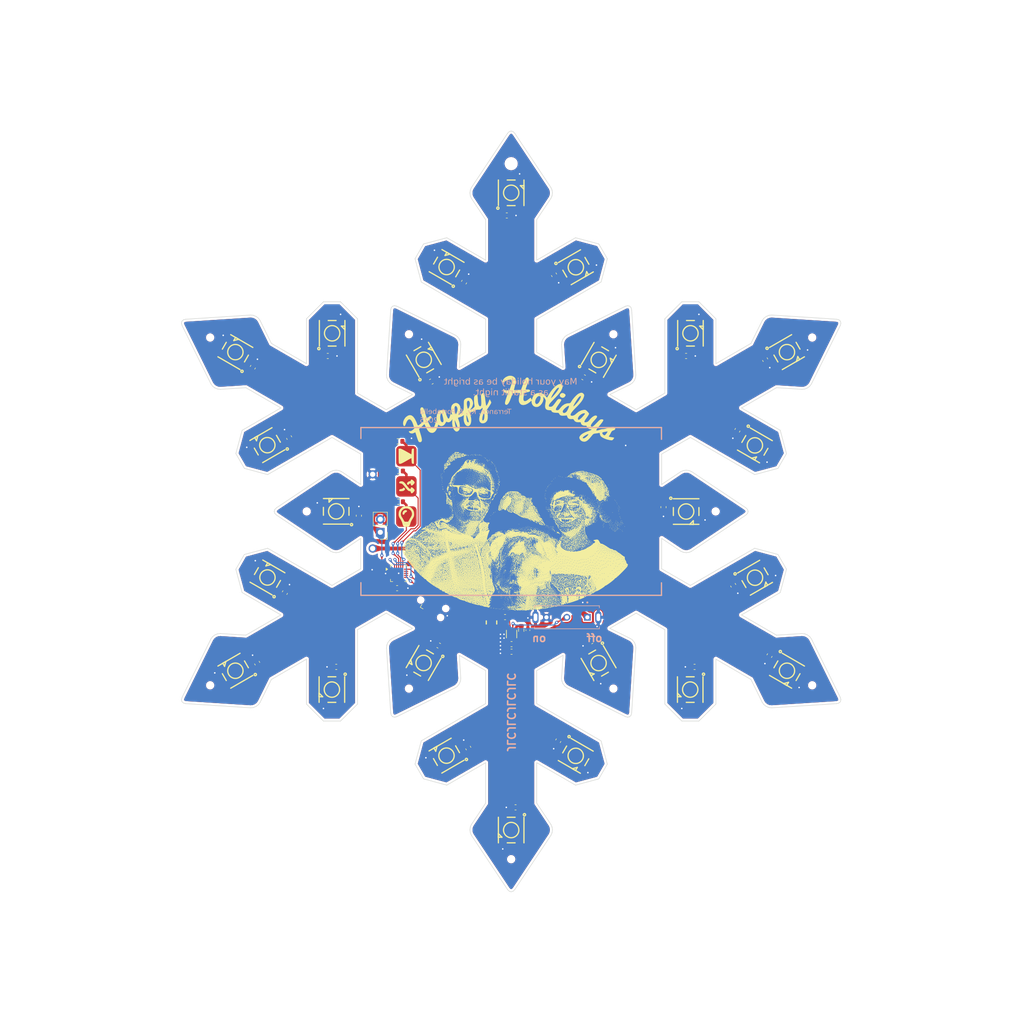
<source format=kicad_pcb>
(kicad_pcb (version 20241229) (generator "pcbnew") (generator_version "9.0")
  (layers (0 "F.Cu" signal) (2 "B.Cu" signal) (13 "F.Paste" user) (15 "B.Paste" user) (5 "F.SilkS" user "F.Silkscreen") (7 "B.SilkS" user "B.Silkscreen") (1 "F.Mask" user) (3 "B.Mask" user) (25 "Edge.Cuts" user))
  (net 0 "")
  (net 1 "/BAT+")
  (net 2 "GND")
  (net 3 "Vdd")
  (net 4 "Net-(U25-SW)")
  (net 5 "/DIN")
  (net 6 "/SWIO")
  (net 7 "/EN")
  (net 8 "Net-(U1-DOU)")
  (net 9 "Net-(U2-DOU)")
  (net 10 "Net-(U3-DOU)")
  (net 11 "Net-(U4-DOU)")
  (net 12 "Net-(U5-DOU)")
  (net 13 "Net-(U6-DOU)")
  (net 14 "Net-(U7-DOU)")
  (net 15 "Net-(U8-DOU)")
  (net 16 "Net-(U10-DIN)")
  (net 17 "Net-(U10-DOU)")
  (net 18 "Net-(U11-DOU)")
  (net 19 "Net-(U12-DOU)")
  (net 20 "Net-(U13-DOU)")
  (net 21 "Net-(U14-DOU)")
  (net 22 "Net-(U15-DOU)")
  (net 23 "Net-(U16-DOU)")
  (net 24 "Net-(U17-DOU)")
  (net 25 "Net-(U18-DOU)")
  (net 26 "Net-(U19-DOU)")
  (net 27 "Net-(U20-DOU)")
  (net 28 "Net-(U21-DOU)")
  (net 29 "Net-(U22-DOU)")
  (net 30 "Net-(U23-DOU)")
  (net 32 "/RX")
  (net 33 "/TX")
  (net 34 "/TOUCH1")
  (net 35 "/TOUCH2")
  (net 36 "/TOUCH3")
  (net 48 "/FB")
  (footprint "Resistor_SMD:R_0603_1608Metric" (layer "F.Cu") (at 127.9 136.3)
    (property "Reference" "R7" (hide yes))
    (property "Value" "510k")
  )
  (footprint "Capacitor_SMD:C_0603_1608Metric" (layer "F.Cu") (at 194.264922 134.12757 60)
    (property "Reference" "C12" (hide yes))
    (property "Value" "100nF")
  )
  (footprint "easyeda2kicad:LED-SMD_4P-L5.0-W5.0-TL_WS2812B-B" (layer "F.Cu") (at 115.770424 149.980701 180)
    (property "Reference" "U1" (hide yes))
    (property "Value" "TZ-5050S2RGB-5V-I4-H1")
  )
  (footprint "Capacitor_SMD:C_0603_1608Metric" (layer "F.Cu") (at 114.12161 119.601666 180)
    (property "Reference" "C4" (hide yes))
    (property "Value" "100nF")
  )
  (footprint "Capacitor_SMD:C_0603_1608Metric" (layer "F.Cu") (at 159.215445 194.833563 60)
    (property "Reference" "C18" (hide yes))
    (property "Value" "100nF")
  )
  (footprint "Capacitor_SMD:C_0603_1608Metric" (layer "F.Cu") (at 99.459408 121.806498 -120)
    (property "Reference" "C3" (hide yes))
    (property "Value" "100nF")
  )
  (footprint "easyeda2kicad:LED-SMD_4P-L5.0-W5.0-TL_WS2812B-B" (layer "F.Cu") (at 162.653331 102.251923 30)
    (property "Reference" "U8" (hide yes))
    (property "Value" "TZ-5050S2RGB-5V-I4-H1")
  )
  (footprint "Capacitor_SMD:C_0603_1608Metric" (layer "F.Cu") (at 127.690001 165)
    (property "Reference" "C66" (hide yes))
    (property "Value" "100nF")
  )
  (footprint "Capacitor_SMD:C_0603_1608Metric" (layer "F.Cu") (at 150.072288 177.433719 180)
    (property "Reference" "C26" (hide yes))
    (property "Value" "22uF")
  )
  (footprint "easyeda2kicad:IND-SMD_L2.5-W2.0_YXMBL252010P" (layer "F.Cu") (at 146.154212 171.709584 90)
    (property "Reference" "L1" (hide yes))
    (property "Value" "FWP252012P-1R0ML")
  )
  (footprint "MountingHole:ToolingHole_1.152mm" (layer "F.Cu") (at 91.110273 184 -60)
    (property "Reference" "REF**9" (hide yes))
    (property "Value" "ToolingHole_1.152mm")
  )
  (footprint "Resistor_SMD:R_0402_1005Metric" (layer "F.Cu") (at 153.272387 173.234462 90)
    (property "Reference" "R2" (hide yes))
    (property "Value" "100k")
  )
  (footprint "easyeda2kicad:LED-SMD_4P-L5.0-W5.0-TL_WS2812B-B" (layer "F.Cu") (at 203.953379 181.150002 -30)
    (property "Reference" "U15" (hide yes))
    (property "Value" "TZ-5050S2RGB-5V-I4-H1")
  )
  (footprint "MountingHole:ToolingHole_1.152mm" (layer "F.Cu") (at 208.889727 184 60)
    (property "Reference" "REF**2" (hide yes))
    (property "Value" "ToolingHole_1.152mm")
  )
  (footprint "Capacitor_SMD:C_0603_1608Metric" (layer "F.Cu") (at 199.686583 120.327313 120)
    (property "Reference" "C11" (hide yes))
    (property "Value" "100nF")
  )
  (footprint "MountingHole:ToolingHole_1.152mm" (layer "F.Cu") (at 190 150 180)
    (property "Reference" "REF**5" (hide yes))
    (property "Value" "ToolingHole_1.152mm")
  )
  (footprint "Connector:Tag-Connect_TC2030-IDC-NL_2x03_P1.27mm_Vertical" (layer "F.Cu") (at 134.5 168.6 -30)
    (property "Reference" "J3" (hide yes))
    (property "Value" "TC2030")
  )
  (footprint "MountingHole:ToolingHole_1.152mm" (layer "F.Cu") (at 130 184.641016 60)
    (property "Reference" "REF**1" (hide yes))
    (property "Value" "ToolingHole_1.152mm")
  )
  (footprint "easyeda2kicad:LED-SMD_4P-L5.0-W5.0-TL_WS2812B-B" (layer "F.Cu") (at 167.098074 179.65333 -60)
    (property "Reference" "U17" (hide yes))
    (property "Value" "TZ-5050S2RGB-5V-I4-H1")
  )
  (footprint "MountingHole:ToolingHole_1.152mm" (layer "F.Cu") (at 170 184.641016 120)
    (property "Reference" "REF**3" (hide yes))
    (property "Value" "ToolingHole_1.152mm")
  )
  (footprint "easyeda2kicad:LED-SMD_4P-L5.0-W5.0-TL_WS2812B-B" (layer "F.Cu") (at 167.131499 120.365966 60)
    (property "Reference" "U9" (hide yes))
    (property "Value" "TZ-5050S2RGB-5V-I4-H1")
  )
  (footprint "MountingHole:ToolingHole_1.152mm" (layer "F.Cu") (at 150 218)
    (property "Reference" "REF**" (hide yes))
    (property "Value" "ToolingHole_1.152mm")
  )
  (footprint "easyeda2kicad:LED-SMD_4P-L5.0-W5.0-TL_WS2812B-B" (layer "F.Cu") (at 96.046616 181.149995 -150)
    (property "Reference" "U23" (hide yes))
    (property "Value" "TZ-5050S2RGB-5V-I4-H1")
  )
  (footprint "Package_DFN_QFN:QFN-20-1EP_3x3mm_P0.4mm_EP1.65x1.65mm" (layer "F.Cu") (at 127.990001 162.099995)
    (property "Reference" "U26" (hide yes))
    (property "Value" "CH32V003F4U6")
  )
  (footprint "snowflake:front_silkscreen_text" (layer "F.Cu") (at 149.9 144)
    (property "Reference" "REF**" (hide yes))
    (property "Value" "front_silkscreen_text")
  )
  (footprint "Capacitor_SMD:C_0603_1608Metric" (layer "F.Cu") (at 106.565271 135.564026 -60)
    (property "Reference" "C2" (hide yes))
    (property "Value" "100nF")
  )
  (footprint "Capacitor_SMD:C_0603_1608Metric" (layer "F.Cu") (at 193.434727 164.435972 120)
    (property "Reference" "C14" (hide yes))
    (property "Value" "100nF")
  )
  (footprint "Connector_PinHeader_2.54mm:PinHeader_1x02_P2.54mm_Vertical" (layer "F.Cu") (at 124.4 154.075 180)
    (property "Reference" "J1" (hide yes))
    (property "Value" "Conn_01x02_Pin")
  )
  (footprint "Resistor_SMD:R_0603_1608Metric" (layer "F.Cu") (at 128 148.1)
    (property "Reference" "R5" (hide yes))
    (property "Value" "510k")
  )
  (footprint "Capacitor_SMD:C_0603_1608Metric" (layer "F.Cu") (at 135.824999 176.221243 -30)
    (property "Reference" "C21" (hide yes))
    (property "Value" "100nF")
  )
  (footprint "snowflake:Next" (layer "F.Cu") (at 129.5 139.2)
    (property "Reference" "REF**" (hide yes))
    (property "Value" "Next")
  )
  (footprint "easyeda2kicad:LED-SMD_4P-L5.0-W5.0-TL_WS2812B-B" (layer "F.Cu") (at 137.346667 197.748074 -150)
    (property "Reference" "U20" (hide yes))
    (property "Value" "TZ-5050S2RGB-5V-I4-H1")
  )
  (footprint "easyeda2kicad:LED-SMD_4P-L5.0-W5.0-TL_WS2812B-B" (layer "F.Cu") (at 184.229575 150.019295)
    (property "Reference" "U13" (hide yes))
    (property "Value" "TZ-5050S2RGB-5V-I4-H1")
  )
  (footprint "snowflake:Shuffle" (layer "F.Cu") (at 129.6 145.1)
    (property "Reference" "REF**" (hide yes))
    (property "Value" "Shuffle")
  )
  (footprint "easyeda2kicad:LED-SMD_4P-L5.0-W5.0-TL_WS2812B-B" (layer "F.Cu") (at 149.999996 212.299996 -90)
    (property "Reference" "U19" (hide yes))
    (property "Value" "TZ-5050S2RGB-5V-I4-H1")
  )
  (footprint "easyeda2kicad:LED-SMD_4P-L5.0-W5.0-TL_WS2812B-B" (layer "F.Cu") (at 114.926709 184.831405 -90)
    (property "Reference" "U22" (hide yes))
    (property "Value" "TZ-5050S2RGB-5V-I4-H1")
  )
  (footprint "easyeda2kicad:LED-SMD_4P-L5.0-W5.0-TL_WS2812B-B" (layer "F.Cu") (at 203.953382 118.850003 30)
    (property "Reference" "U11" (hide yes))
    (property "Value" "TZ-5050S2RGB-5V-I4-H1")
  )
  (footprint "easyeda2kicad:LED-SMD_4P-L5.0-W5.0-TL_WS2812B-B" (layer "F.Cu") (at 162.628236 197.790063 -30)
    (property "Reference" "U18" (hide yes))
    (property "Value" "TZ-5050S2RGB-5V-I4-H1")
  )
  (footprint "Capacitor_SMD:C_0603_1608Metric" (layer "F.Cu") (at 100.313416 179.672685 -60)
    (property "Reference" "C23" (hide yes))
    (property "Value" "100nF")
  )
  (footprint "easyeda2kicad:LED-SMD_4P-L5.0-W5.0-TL_WS2812B-B" (layer "F.Cu") (at 96.04662 118.849997 150)
    (property "Reference" "U3" (hide yes))
    (property "Value" "TZ-5050S2RGB-5V-I4-H1")
  )
  (footprint "snowflake:TouchPad" (layer "F.Cu") (at 129.5 145.1 90)
    (property "Reference" "TP6" (hide yes))
    (property "Value" "Touch2")
  )
  (footprint "Capacitor_SMD:C_0603_1608Metric" (layer "F.Cu") (at 105.735076 165.872429 -120)
    (property "Reference" "C24" (hide yes))
    (property "Value" "100nF")
  )
  (footprint "easyeda2kicad:LED-SMD_4P-L5.0-W5.0-TL_WS2812B-B" (layer "F.Cu") (at 137.371763 102.209935 150)
    (property "Reference" "U6" (hide yes))
    (property "Value" "TZ-5050S2RGB-5V-I4-H1")
  )
  (footprint "easyeda2kicad:LED-SMD_4P-L5.0-W5.0-TL_WS2812B-B" (layer "F.Cu") (at 132.901924 120.346668 120)
    (property "Reference" "U5" (hide yes))
    (property "Value" "TZ-5050S2RGB-5V-I4-H1")
  )
  (footprint "easyeda2kicad:LED-SMD_4P-L5.0-W5.0-TL_WS2812B-B" (layer "F.Cu") (at 102.298472 137.041341 -150)
    (property "Reference" "U2" (hide yes))
    (property "Value" "TZ-5050S2RGB-5V-I4-H1")
  )
  (footprint "Resistor_SMD:R_0603_1608Metric" (layer "F.Cu") (at 151.972387 173.244462 -90)
    (property "Reference" "R1" (hide yes))
    (property "Value" "732k")
  )
  (footprint "easyeda2kicad:LED-SMD_4P-L5.0-W5.0-TL_WS2812B-B" (layer "F.Cu") (at 197.677712 137.084068 -30)
    (property "Reference" "U12" (hide yes))
    (property "Value" "TZ-5050S2RGB-5V-I4-H1")
  )
  (footprint "MountingHole:MountingHole_2.1mm" (layer "F.Cu") (at 150 82 180)
    (property "Reference" "REF**6" (hide yes))
    (property "Value" "MountingHole_2.1mm")
  )
  (footprint "Capacitor_SMD:C_0603_1608Metric" (layer "F.Cu") (at 148.803229 170.659569 180)
    (property "Reference" "C27" (hide yes))
    (property "Value" "10uF")
  )
  (footprint "easyeda2kicad:LED-SMD_4P-L5.0-W5.0-TL_WS2812B-B" (layer "F.Cu") (at 132.868499 179.634032 -120)
    (property "Reference" "U21" (hide yes))
    (property "Value" "TZ-5050S2RGB-5V-I4-H1")
  )
  (footprint "Capacitor_SMD:C_0603_1608Metric" (layer "F.Cu") (at 165.620762 175.386532 30)
    (property "Reference" "C17" (hide yes))
    (property "Value" "100nF")
  )
  (footprint "Capacitor_SMD:C_0603_1608Metric" (layer "F.Cu") (at 115.780717 180.397591)
    (property "Reference" "C22" (hide yes))
    (property "Value" "100nF")
  )
  (footprint "snowflake:TouchPad" (layer "F.Cu") (at 129.5 151 90)
    (property "Reference" "TP5" (hide yes))
    (property "Value" "Touch1")
  )
  (footprint "snowflake:VQFN-7_L2.0-W2.0-P0.55-TL_RWU" (layer "F.Cu") (at 150.071887 173.538726 90)
    (property "Reference" "U25" (hide yes))
    (property "Value" "TPS61022")
  )
  (footprint "Capacitor_SMD:C_0603_1608Metric" (layer "F.Cu") (at 140.784554 105.166435 -120)
    (property "Reference" "C6" (hide yes))
    (property "Value" "100nF")
  )
  (footprint "Capacitor_SMD:C_0603_1608Metric" (layer "F.Cu") (at 185.878388 180.398332)
    (property "Reference" "C16" (hide yes))
    (property "Value" "100nF")
  )
  (footprint "MountingHole:ToolingHole_1.152mm" (layer "F.Cu") (at 110 150)
    (property "Reference" "REF**" (hide yes))
    (property "Value" "ToolingHole_1.152mm")
  )
  (footprint "Capacitor_SMD:C_0603_1608Metric" (layer "F.Cu") (at 184.219282 119.602408 180)
    (property "Reference" "C10" (hide yes))
    (property "Value" "100nF")
  )
  (footprint "easyeda2kicad:LED-SMD_4P-L5.0-W5.0-TL_WS2812B-B" (layer "F.Cu") (at 102.322285 162.91593 150)
    (property "Reference" "U24" (hide yes))
    (property "Value" "TZ-5050S2RGB-5V-I4-H1")
  )
  (footprint "MountingHole:ToolingHole_1.152mm" (layer "F.Cu") (at 91.110273 116 -120)
    (property "Reference" "REF**7" (hide yes))
    (property "Value" "ToolingHole_1.152mm")
  )
  (footprint "MountingHole:ToolingHole_1.152mm" (layer "F.Cu") (at 170 115.358984 -120)
    (property "Reference" "REF**8" (hide yes))
    (property "Value" "ToolingHole_1.152mm")
  )
  (footprint "Capacitor_SMD:C_0603_1608Metric" (layer "F.Cu") (at 150.068426 175.946671 180)
    (property "Reference" "C25" (hide yes))
    (property "Value" "22uF")
  )
  (footprint "snowflake:Brightness" (layer "F.Cu") (at 129.5 151)
    (property "Reference" "REF**" (hide yes))
    (property "Value" "Brightness")
  )
  (footprint "easyeda2kicad:LED-SMD_4P-L5.0-W5.0-TL_WS2812B-B" (layer "F.Cu") (at 150.000003 87.700001 90)
    (property "Reference" "U7" (hide yes))
    (property "Value" "TZ-5050S2RGB-5V-I4-H1")
  )
  (footprint "Capacitor_SMD:C_0603_1608Metric" (layer "F.Cu") (at 149.145992 92.133812 180)
    (property "Reference" "C7" (hide yes))
    (property "Value" "100nF")
  )
  (footprint "Capacitor_SMD:C_0603_1608Metric" (layer "F.Cu") (at 120.204236 150.83471 -90)
    (property "Reference" "C1" (hide yes))
    (property "Value" "100nF")
  )
  (footprint "Resistor_SMD:R_0603_1608Metric" (layer "F.Cu") (at 128 142.1)
    (property "Reference" "R6" (hide yes))
    (property "Value" "510k")
  )
  (footprint "easyeda2kicad:LED-SMD_4P-L5.0-W5.0-TL_WS2812B-B" (layer "F.Cu") (at 114.975618 115.167854 90)
    (property "Reference" "U4" (hide yes))
    (property "Value" "TZ-5050S2RGB-5V-I4-H1")
  )
  (footprint "snowflake:front_silkscreen" (layer "F.Cu") (at 151.948136 146.9)
    (property "Reference" "REF**" (hide yes))
    (property "Value" "front_silkscreen")
  )
  (footprint "Capacitor_SMD:C_0603_1608Metric" (layer "F.Cu") (at 164.175 123.778755 150)
    (property "Reference" "C9" (hide yes))
    (property "Value" "100nF")
  )
  (footprint "Capacitor_SMD:C_0603_1608Metric" (layer "F.Cu") (at 179.795763 149.165288 90)
    (property "Reference" "C13" (hide yes))
    (property "Value" "100nF")
  )
  (footprint "easyeda2kicad:LED-SMD_4P-L5.0-W5.0-TL_WS2812B-B" (layer "F.Cu") (at 185.07329 115.168593 90)
    (property "Reference" "U10" (hide yes))
    (property "Value" "TZ-5050S2RGB-5V-I4-H1")
  )
  (footprint "Capacitor_SMD:C_0603_1608Metric" (layer "F.Cu") (at 141.613465 196.270762 -60)
    (property "Reference" "C20" (hide yes))
    (property "Value" "100nF")
  )
  (footprint "Capacitor_SMD:C_0603_1608Metric" (layer "F.Cu") (at 158.386533 103.729235 120)
    (property "Reference" "C8" (hide yes))
    (property "Value" "100nF")
  )
  (footprint "Capacitor_SMD:C_0603_1608Metric" (layer "F.Cu") (at 134.379237 124.613466 -150)
    (property "Reference" "C5" (hide yes))
    (property "Value" "100nF")
  )
  (footprint "MountingHole:ToolingHole_1.152mm" (layer "F.Cu") (at 208.889727 116 120)
    (property "Reference" "REF**4" (hide yes))
    (property "Value" "ToolingHole_1.152mm")
  )
  (footprint "Capacitor_SMD:C_0603_1608Metric" (layer "F.Cu") (at 150.854007 207.866186)
    (property "Reference" "C19" (hide yes))
    (property "Value" "100nF")
  )
  (footprint "easyeda2kicad:LED-SMD_4P-L5.0-W5.0-TL_WS2812B-B" (layer "F.Cu") (at 197.701527 162.958657 30)
    (property "Reference" "U14" (hide yes))
    (property "Value" "TZ-5050S2RGB-5V-I4-H1")
  )
  (footprint "easyeda2kicad:LED-SMD_4P-L5.0-W5.0-TL_WS2812B-B" (layer "F.Cu") (at 185.02438 184.832144 -90)
    (property "Reference" "U16" (hide yes))
    (property "Value" "TZ-5050S2RGB-5V-I4-H1")
  )
  (footprint "snowflake:TouchPad" (layer "F.Cu") (at 129.5 139.2 90)
    (property "Reference" "TP7" (hide yes))
    (property "Value" "Touch3")
  )
  (footprint "Capacitor_SMD:C_0603_1608Metric" (layer "F.Cu") (at 200.540591 178.1935 60)
    (property "Reference" "C15" (hide yes))
    (property "Value" "100nF")
  )
  (footprint "MountingHole:ToolingHole_1.152mm" (layer "F.Cu") (at 130 115.358984 -60)
    (property "Reference" "REF**10" (hide yes))
    (property "Value" "ToolingHole_1.152mm")
  )
  (footprint "snowflake:BAT-TH_2P-P14.50_2462" (layer "B.Cu") (at 149.999999 149.999999 180)
    (property "Reference" "BAT1" (hide yes))
    (property "Value" "2462")
  )
  (footprint "Digikey:SW_SLW-1277545-3A-RA-N-D" (layer "B.Cu") (at 160.9 170.7 180)
    (property "Reference" "S1" (hide yes))
    (property "Value" "SLW-1277545-3A-RA-N-D")
  )
  (gr_line (start 173.7616 124.8335) (end 174.1146 124.3745) (stroke (width 0.1)) (layer "Edge.Cuts"))
  (gr_line (start 104.0831 150.707107) (end 114.6897 157.77817) (stroke (width 0.1)) (layer "Edge.Cuts"))
  (gr_line (start 208.7368 174.9303) (end 208.4238 174.4992) (stroke (width 0.1)) (layer "Edge.Cuts"))
  (gr_line (start 185.3103 157.77817) (end 195.9169 150.707107) (stroke (width 0.1)) (layer "Edge.Cuts"))
  (gr_line (start 208.4238 174.4992) (end 207.9647 174.1463) (stroke (width 0.1)) (layer "Edge.Cuts"))
  (gr_line (start 85.8764 112.5363) (end 85.5862 112.8107) (stroke (width 0.1)) (layer "Edge.Cuts"))
  (gr_line (start 103.7579 149.617317) (end 103.6438 150) (stroke (width 0.1)) (layer "Edge.Cuts"))
  (gr_line (start 92.0353 174.1463) (end 91.5762 174.4992) (stroke (width 0.1)) (layer "Edge.Cuts"))
  (gr_line (start 137.4104 203.519) (end 145 199.1371) (stroke (width 0.1)) (layer "Edge.Cuts"))
  (gr_line (start 139.8649 183.6966) (end 140.08602 183.1614) (stroke (width 0.1)) (layer "Edge.Cuts"))
  (gr_line (start 180.054 173.1252) (end 180.054 187.6625) (stroke (width 0.1)) (layer "Edge.Cuts"))
  (gr_line (start 102.3564 157.19629) (end 97.803 158.41637) (stroke (width 0.1)) (layer "Edge.Cuts"))
  (gr_line (start 132.8569 97.7011) (end 131.1903 100.5878) (stroke (width 0.1)) (layer "Edge.Cuts"))
  (gr_line (start 162.5896 203.519) (end 167.1431 202.2989) (stroke (width 0.1)) (layer "Edge.Cuts"))
  (gr_line (start 169.2969 172.859) (end 174.4449 169.8868) (stroke (width 0.1)) (layer "Edge.Cuts"))
  (gr_line (start 199.1216 187.3418) (end 199.4346 187.7729) (stroke (width 0.1)) (layer "Edge.Cuts"))
  (gr_line (start 109.946 187.6625) (end 113.2794 190.9958) (stroke (width 0.1)) (layer "Edge.Cuts"))
  (gr_line (start 103.0983 182.8522) (end 109.946 178.8987) (stroke (width 0.1)) (layer "Edge.Cuts"))
  (gr_line (start 173.5708 110.5883) (end 173.4524 110.1445) (stroke (width 0.1)) (layer "Edge.Cuts"))
  (gr_line (start 98.0983 125.808) (end 104.946 129.7616) (stroke (width 0.1)) (layer "Edge.Cuts"))
  (gr_line (start 173.5708 189.4117) (end 174.3912 176.6905) (stroke (width 0.1)) (layer "Edge.Cuts"))
  (gr_line (start 116.6127 109.0042) (end 113.2794 109.0042) (stroke (width 0.1)) (layer "Edge.Cuts"))
  (gr_line (start 184.8237 142.00505) (end 184.2496 141.92893) (stroke (width 0.1)) (layer "Edge.Cuts"))
  (gr_line (start 155 181.1132) (end 160.148 178.141) (stroke (width 0.1)) (layer "Edge.Cuts"))
  (gr_line (start 99.0413 188.4025) (end 99.5712 188.3469) (stroke (width 0.1)) (layer "Edge.Cuts"))
  (gr_line (start 167.5896 194.8587) (end 155 187.5901) (stroke (width 0.1)) (layer "Edge.Cuts"))
  (gr_line (start 116.6127 190.9958) (end 119.946 187.6625) (stroke (width 0.1)) (layer "Edge.Cuts"))
  (gr_line (start 214.3869 186.3573) (end 208.7368 174.9303) (stroke (width 0.1)) (layer "Edge.Cuts"))
  (gr_line (start 150.382683 224.2645) (end 150.707107 223.9393) (stroke (width 0.1)) (layer "Edge.Cuts"))
  (gr_line (start 97.3564 165.8565) (end 104.946 170.2384) (stroke (width 0.1)) (layer "Edge.Cuts"))
  (gr_line (start 157.99495 88.3019) (end 158.07107 87.7279) (stroke (width 0.1)) (layer "Edge.Cuts"))
  (gr_line (start 214.4138 187.1893) (end 214.5063 186.8008) (stroke (width 0.1)) (layer "Edge.Cuts"))
  (gr_line (start 97.803 158.41637) (end 96.1363 161.3031) (stroke (width 0.1)) (layer "Edge.Cuts"))
  (gr_line (start 145 187.5901) (end 132.4104 194.8587) (stroke (width 0.1)) (layer "Edge.Cuts"))
  (gr_line (start 157.99495 211.6981) (end 157.77817 211.2114) (stroke (width 0.1)) (layer "Edge.Cuts"))
  (gr_line (start 197.6436 142.80371) (end 202.197 141.58363) (stroke (width 0.1)) (layer "Edge.Cuts"))
  (gr_line (start 157.77817 213.3327) (end 157.99495 212.8461) (stroke (width 0.1)) (layer "Edge.Cuts"))
  (gr_line (start 186.7206 109.0042) (end 183.3873 109.0042) (stroke (width 0.1)) (layer "Edge.Cuts"))
  (gr_line (start 99.5712 188.3469) (end 100.1063 188.1258) (stroke (width 0.1)) (layer "Edge.Cuts"))
  (gr_line (start 186.7206 190.9958) (end 190.054 187.6625) (stroke (width 0.1)) (layer "Edge.Cuts"))
  (gr_line (start 174.3912 176.6905) (end 174.3357 176.1607) (stroke (width 0.1)) (layer "Edge.Cuts"))
  (gr_line (start 145 100.8629) (end 137.4104 96.481) (stroke (width 0.1)) (layer "Edge.Cuts"))
  (gr_line (start 155 187.5901) (end 155 181.1132) (stroke (width 0.1)) (layer "Edge.Cuts"))
  (gr_line (start 199.1216 112.6582) (end 196.9017 117.1478) (stroke (width 0.1)) (layer "Edge.Cuts"))
  (gr_line (start 208.4238 125.5008) (end 208.7368 125.0697) (stroke (width 0.1)) (layer "Edge.Cuts"))
  (gr_line (start 100.5654 112.2271) (end 100.1063 111.8742) (stroke (width 0.1)) (layer "Edge.Cuts"))
  (gr_line (start 93.1003 173.8696) (end 92.5704 173.9252) (stroke (width 0.1)) (layer "Edge.Cuts"))
  (gr_line (start 127.2104 190.2381) (end 127.6539 190.1188) (stroke (width 0.1)) (layer "Edge.Cuts"))
  (gr_line (start 160.1351 183.6966) (end 160.488 184.1557) (stroke (width 0.1)) (layer "Edge.Cuts"))
  (gr_line (start 85.5862 187.1893) (end 85.8764 187.4637) (stroke (width 0.1)) (layer "Edge.Cuts"))
  (gr_line (start 202.197 141.58363) (end 203.8637 138.6969) (stroke (width 0.1)) (layer "Edge.Cuts"))
  (gr_line (start 195.9169 150.707107) (end 196.2421 150.382683) (stroke (width 0.1)) (layer "Edge.Cuts"))
  (gr_line (start 104.946 170.2384) (end 98.0983 174.192) (stroke (width 0.1)) (layer "Edge.Cuts"))
  (gr_line (start 141.92893 87.7279) (end 142.00505 88.3019) (stroke (width 0.1)) (layer "Edge.Cuts"))
  (gr_line (start 199.8937 111.8742) (end 199.4346 112.2271) (stroke (width 0.1)) (layer "Edge.Cuts"))
  (gr_line (start 167.1431 202.2989) (end 168.8097 199.4122) (stroke (width 0.1)) (layer "Edge.Cuts"))
  (gr_line (start 142.22183 88.7886) (end 145 92.9558) (stroke (width 0.1)) (layer "Edge.Cuts"))
  (gr_line (start 140.08602 116.8386) (end 139.8649 116.3034) (stroke (width 0.1)) (layer "Edge.Cuts"))
  (gr_line (start 157.77817 211.2114) (end 155 207.0442) (stroke (width 0.1)) (layer "Edge.Cuts"))
  (gr_line (start 132.8569 202.2989) (end 137.4104 203.519) (stroke (width 0.1)) (layer "Edge.Cuts"))
  (gr_line (start 85.4937 186.8008) (end 85.5862 187.1893) (stroke (width 0.1)) (layer "Edge.Cuts"))
  (gr_line (start 160.488 184.1557) (end 160.9191 184.4687) (stroke (width 0.1)) (layer "Edge.Cuts"))
  (gr_line (start 214.4138 112.8107) (end 214.1236 112.5363) (stroke (width 0.1)) (layer "Edge.Cuts"))
  (gr_line (start 173.1781 190.1457) (end 173.4524 189.8555) (stroke (width 0.1)) (layer "Edge.Cuts"))
  (gr_line (start 183.3873 190.9958) (end 186.7206 190.9958) (stroke (width 0.1)) (layer "Edge.Cuts"))
  (gr_line (start 155 207.0442) (end 155 199.1371) (stroke (width 0.1)) (layer "Edge.Cuts"))
  (gr_line (start 184.2496 141.92893) (end 183.6756 142.00505) (stroke (width 0.1)) (layer "Edge.Cuts"))
  (gr_line (start 140.14161 182.6316) (end 139.852 178.141) (stroke (width 0.1)) (layer "Edge.Cuts"))
  (gr_line (start 126.6694 125.1466) (end 130.7031 127.141) (stroke (width 0.1)) (layer "Edge.Cuts"))
  (gr_line (start 157.77817 88.7886) (end 157.99495 88.3019) (stroke (width 0.1)) (layer "Edge.Cuts"))
  (gr_line (start 116.3244 142.00505) (end 115.7504 141.92893) (stroke (width 0.1)) (layer "Edge.Cuts"))
  (gr_line (start 126.5476 189.8555) (end 126.8219 190.1457) (stroke (width 0.1)) (layer "Edge.Cuts"))
  (gr_line (start 155 92.9558) (end 157.77817 88.7886) (stroke (width 0.1)) (layer "Edge.Cuts"))
  (gr_line (start 92.5704 126.0748) (end 93.1003 126.1304) (stroke (width 0.1)) (layer "Edge.Cuts"))
  (gr_line (start 160.148 121.859) (end 155 118.8868) (stroke (width 0.1)) (layer "Edge.Cuts"))
  (gr_line (start 172.7896 190.2381) (end 173.1781 190.1457) (stroke (width 0.1)) (layer "Edge.Cuts"))
  (gr_line (start 119.946 112.3375) (end 116.6127 109.0042) (stroke (width 0.1)) (layer "Edge.Cuts"))
  (gr_line (start 115.7504 141.92893) (end 115.1763 142.00505) (stroke (width 0.1)) (layer "Edge.Cuts"))
  (gr_line (start 174.3912 123.3095) (end 173.5708 110.5883) (stroke (width 0.1)) (layer "Edge.Cuts"))
  (gr_line (start 183.189 157.77817) (end 183.6756 157.99495) (stroke (width 0.1)) (layer "Edge.Cuts"))
  (gr_line (start 125.6643 123.8393) (end 125.8854 124.3745) (stroke (width 0.1)) (layer "Edge.Cuts"))
  (gr_line (start 139.0809 184.4687) (end 139.512 184.1557) (stroke (width 0.1)) (layer "Edge.Cuts"))
  (gr_line (start 100.1063 111.8742) (end 99.5712 111.6531) (stroke (width 0.1)) (layer "Edge.Cuts"))
  (gr_line (start 184.8237 157.99495) (end 185.3103 157.77817) (stroke (width 0.1)) (layer "Edge.Cuts"))
  (gr_line (start 99.5712 111.6531) (end 99.0413 111.5975) (stroke (width 0.1)) (layer "Edge.Cuts"))
  (gr_line (start 172.3461 190.1188) (end 172.7896 190.2381) (stroke (width 0.1)) (layer "Edge.Cuts"))
  (gr_line (start 200.4288 188.3469) (end 200.9587 188.4025) (stroke (width 0.1)) (layer "Edge.Cuts"))
  (gr_line (start 157.99495 212.8461) (end 158.07107 212.2721) (stroke (width 0.1)) (layer "Edge.Cuts"))
  (gr_line (start 139.852 121.859) (end 140.14161 117.3684) (stroke (width 0.1)) (layer "Edge.Cuts"))
  (gr_line (start 126.8219 190.1457) (end 127.2104 190.2381) (stroke (width 0.1)) (layer "Edge.Cuts"))
  (gr_line (start 109.946 121.1013) (end 103.0983 117.1478) (stroke (width 0.1)) (layer "Edge.Cuts"))
  (gr_line (start 100.1063 188.1258) (end 100.5654 187.7729) (stroke (width 0.1)) (layer "Edge.Cuts"))
  (gr_line (start 119.946 126.8748) (end 119.946 112.3375) (stroke (width 0.1)) (layer "Edge.Cuts"))
  (gr_line (start 174.1146 124.3745) (end 174.3357 123.8393) (stroke (width 0.1)) (layer "Edge.Cuts"))
  (gr_line (start 120.5551 138.7735) (end 120.5551 144.7179) (stroke (width 0.1)) (layer "Edge.Cuts"))
  (gr_line (start 168.8097 100.5878) (end 167.1431 97.7011) (stroke (width 0.1)) (layer "Edge.Cuts"))
  (gr_line (start 127.6539 190.1188) (end 139.0809 184.4687) (stroke (width 0.1)) (layer "Edge.Cuts"))
  (gr_line (start 179.4449 144.7179) (end 179.4449 138.7735) (stroke (width 0.1)) (layer "Edge.Cuts"))
  (gr_line (start 159.91398 116.8386) (end 159.85839 117.3684) (stroke (width 0.1)) (layer "Edge.Cuts"))
  (gr_line (start 125.8854 175.6255) (end 125.6643 176.1607) (stroke (width 0.1)) (layer "Edge.Cuts"))
  (gr_line (start 131.1903 100.5878) (end 132.4104 105.1413) (stroke (width 0.1)) (layer "Edge.Cuts"))
  (gr_line (start 126.2384 124.8335) (end 126.6694 125.1466) (stroke (width 0.1)) (layer "Edge.Cuts"))
  (gr_line (start 85.4937 113.1992) (end 85.6131 113.6427) (stroke (width 0.1)) (layer "Edge.Cuts"))
  (gr_line (start 142.00505 87.1539) (end 141.92893 87.7279) (stroke (width 0.1)) (layer "Edge.Cuts"))
  (gr_line (start 100.5654 187.7729) (end 100.8784 187.3418) (stroke (width 0.1)) (layer "Edge.Cuts"))
  (gr_line (start 119.946 187.6625) (end 119.946 173.1252) (stroke (width 0.1)) (layer "Edge.Cuts"))
  (gr_line (start 196.9017 117.1478) (end 190.054 121.1013) (stroke (width 0.1)) (layer "Edge.Cuts"))
  (gr_line (start 196.3562 150) (end 196.2421 149.617317) (stroke (width 0.1)) (layer "Edge.Cuts"))
  (gr_line (start 125.8854 124.3745) (end 126.2384 124.8335) (stroke (width 0.1)) (layer "Edge.Cuts"))
  (gr_line (start 206.8997 126.1304) (end 207.4296 126.0748) (stroke (width 0.1)) (layer "Edge.Cuts"))
  (gr_line (start 150 75.6213) (end 149.617317 75.7355) (stroke (width 0.1)) (layer "Edge.Cuts"))
  (gr_line (start 149.617317 75.7355) (end 149.292893 76.0607) (stroke (width 0.1)) (layer "Edge.Cuts"))
  (gr_line (start 190.054 112.3375) (end 186.7206 109.0042) (stroke (width 0.1)) (layer "Edge.Cuts"))
  (gr_line (start 91.2632 174.9303) (end 85.6131 186.3573) (stroke (width 0.1)) (layer "Edge.Cuts"))
  (gr_line (start 174.4449 130.1132) (end 169.2969 127.141) (stroke (width 0.1)) (layer "Edge.Cuts"))
  (gr_line (start 93.1003 126.1304) (end 98.0983 125.808) (stroke (width 0.1)) (layer "Edge.Cuts"))
  (gr_line (start 179.4449 161.2265) (end 179.4449 155.2821) (stroke (width 0.1)) (layer "Edge.Cuts"))
  (gr_line (start 173.1781 109.8543) (end 172.7896 109.7619) (stroke (width 0.1)) (layer "Edge.Cuts"))
  (gr_line (start 214.1236 187.4637) (end 214.4138 187.1893) (stroke (width 0.1)) (layer "Edge.Cuts"))
  (gr_line (start 125.6088 123.3095) (end 125.6643 123.8393) (stroke (width 0.1)) (layer "Edge.Cuts"))
  (gr_line (start 179.4449 138.7735) (end 185.054 135.5351) (stroke (width 0.1)) (layer "Edge.Cuts"))
  (gr_line (start 127.2104 109.7619) (end 126.8219 109.8543) (stroke (width 0.1)) (layer "Edge.Cuts"))
  (gr_line (start 158.07107 87.7279) (end 157.99495 87.1539) (stroke (width 0.1)) (layer "Edge.Cuts"))
  (gr_line (start 207.9647 174.1463) (end 207.4296 173.9252) (stroke (width 0.1)) (layer "Edge.Cuts"))
  (gr_line (start 102.3564 142.80371) (end 114.946 135.5351) (stroke (width 0.1)) (layer "Edge.Cuts"))
  (gr_line (start 213.6798 112.418) (end 200.9587 111.5975) (stroke (width 0.1)) (layer "Edge.Cuts"))
  (gr_line (start 173.4524 189.8555) (end 173.5708 189.4117) (stroke (width 0.1)) (layer "Edge.Cuts"))
  (gr_line (start 185.054 164.4649) (end 179.4449 161.2265) (stroke (width 0.1)) (layer "Edge.Cuts"))
  (gr_line (start 92.0353 125.8537) (end 92.5704 126.0748) (stroke (width 0.1)) (layer "Edge.Cuts"))
  (gr_line (start 125.6643 176.1607) (end 125.6088 176.6905) (stroke (width 0.1)) (layer "Edge.Cuts"))
  (gr_line (start 103.6438 150) (end 103.7579 150.382683) (stroke (width 0.1)) (layer "Edge.Cuts"))
  (gr_line (start 150.707107 76.0607) (end 150.382683 75.7355) (stroke (width 0.1)) (layer "Edge.Cuts"))
  (gr_line (start 155 118.8868) (end 155 112.4099) (stroke (width 0.1)) (layer "Edge.Cuts"))
  (gr_line (start 185.054 135.5351) (end 197.6436 142.80371) (stroke (width 0.1)) (layer "Edge.Cuts"))
  (gr_line (start 114.946 164.4649) (end 102.3564 157.19629) (stroke (width 0.1)) (layer "Edge.Cuts"))
  (gr_line (start 149.292893 76.0607) (end 142.22183 86.6673) (stroke (width 0.1)) (layer "Edge.Cuts"))
  (gr_line (start 142.22183 211.2114) (end 142.00505 211.6981) (stroke (width 0.1)) (layer "Edge.Cuts"))
  (gr_line (start 195.054 129.7616) (end 201.9017 125.808) (stroke (width 0.1)) (layer "Edge.Cuts"))
  (gr_line (start 172.7896 109.7619) (end 172.3461 109.8812) (stroke (width 0.1)) (layer "Edge.Cuts"))
  (gr_line (start 140.08602 183.1614) (end 140.14161 182.6316) (stroke (width 0.1)) (layer "Edge.Cuts"))
  (gr_line (start 126.2384 175.1665) (end 125.8854 175.6255) (stroke (width 0.1)) (layer "Edge.Cuts"))
  (gr_line (start 160.1351 116.3034) (end 159.91398 116.8386) (stroke (width 0.1)) (layer "Edge.Cuts"))
  (gr_line (start 113.2794 109.0042) (end 109.946 112.3375) (stroke (width 0.1)) (layer "Edge.Cuts"))
  (gr_line (start 130.7031 172.859) (end 126.6694 174.8534) (stroke (width 0.1)) (layer "Edge.Cuts"))
  (gr_line (start 199.4346 112.2271) (end 199.1216 112.6582) (stroke (width 0.1)) (layer "Edge.Cuts"))
  (gr_line (start 155 100.8629) (end 155 92.9558) (stroke (width 0.1)) (layer "Edge.Cuts"))
  (gr_line (start 190.054 178.8987) (end 196.9017 182.8522) (stroke (width 0.1)) (layer "Edge.Cuts"))
  (gr_line (start 184.2496 158.07107) (end 184.8237 157.99495) (stroke (width 0.1)) (layer "Edge.Cuts"))
  (gr_line (start 145 207.0442) (end 142.22183 211.2114) (stroke (width 0.1)) (layer "Edge.Cuts"))
  (gr_line (start 126.6694 174.8534) (end 126.2384 175.1665) (stroke (width 0.1)) (layer "Edge.Cuts"))
  (gr_line (start 174.3357 176.1607) (end 174.1146 175.6255) (stroke (width 0.1)) (layer "Edge.Cuts"))
  (gr_line (start 145 181.1132) (end 145 187.5901) (stroke (width 0.1)) (layer "Edge.Cuts"))
  (gr_line (start 119.946 173.1252) (end 125.5551 169.8868) (stroke (width 0.1)) (layer "Edge.Cuts"))
  (gr_line (start 183.6756 157.99495) (end 184.2496 158.07107) (stroke (width 0.1)) (layer "Edge.Cuts"))
  (gr_line (start 179.4449 155.2821) (end 183.189 157.77817) (stroke (width 0.1)) (layer "Edge.Cuts"))
  (gr_line (start 201.9017 125.808) (end 206.8997 126.1304) (stroke (width 0.1)) (layer "Edge.Cuts"))
  (gr_line (start 91.5762 125.5008) (end 92.0353 125.8537) (stroke (width 0.1)) (layer "Edge.Cuts"))
  (gr_line (start 159.85839 182.6316) (end 159.91398 183.1614) (stroke (width 0.1)) (layer "Edge.Cuts"))
  (gr_line (start 160.148 178.141) (end 159.85839 182.6316) (stroke (width 0.1)) (layer "Edge.Cuts"))
  (gr_line (start 115.7504 158.07107) (end 116.3244 157.99495) (stroke (width 0.1)) (layer "Edge.Cuts"))
  (gr_line (start 139.0809 115.5313) (end 127.6539 109.8812) (stroke (width 0.1)) (layer "Edge.Cuts"))
  (gr_line (start 85.6131 186.3573) (end 85.4937 186.8008) (stroke (width 0.1)) (layer "Edge.Cuts"))
  (gr_line (start 206.8997 173.8696) (end 201.9017 174.192) (stroke (width 0.1)) (layer "Edge.Cuts"))
  (gr_line (start 100.8784 187.3418) (end 103.0983 182.8522) (stroke (width 0.1)) (layer "Edge.Cuts"))
  (gr_line (start 200.4288 111.6531) (end 199.8937 111.8742) (stroke (width 0.1)) (layer "Edge.Cuts"))
  (gr_line (start 115.1763 157.99495) (end 115.7504 158.07107) (stroke (width 0.1)) (layer "Edge.Cuts"))
  (gr_line (start 130.7031 127.141) (end 125.5551 130.1132) (stroke (width 0.1)) (layer "Edge.Cuts"))
  (gr_line (start 97.3564 134.1435) (end 96.1363 138.6969) (stroke (width 0.1)) (layer "Edge.Cuts"))
  (gr_line (start 85.5862 112.8107) (end 85.4937 113.1992) (stroke (width 0.1)) (layer "Edge.Cuts"))
  (gr_line (start 91.2632 125.0697) (end 91.5762 125.5008) (stroke (width 0.1)) (layer "Edge.Cuts"))
  (gr_line (start 96.1363 161.3031) (end 97.3564 165.8565) (stroke (width 0.1)) (layer "Edge.Cuts"))
  (gr_line (start 202.6436 165.8565) (end 203.8637 161.3031) (stroke (width 0.1)) (layer "Edge.Cuts"))
  (gr_line (start 168.8097 199.4122) (end 167.5896 194.8587) (stroke (width 0.1)) (layer "Edge.Cuts"))
  (gr_line (start 173.3306 174.8534) (end 169.2969 172.859) (stroke (width 0.1)) (layer "Edge.Cuts"))
  (gr_line (start 85.6131 113.6427) (end 91.2632 125.0697) (stroke (width 0.1)) (layer "Edge.Cuts"))
  (gr_line (start 201.9017 174.192) (end 195.054 170.2384) (stroke (width 0.1)) (layer "Edge.Cuts"))
  (gr_line (start 86.3202 112.418) (end 85.8764 112.5363) (stroke (width 0.1)) (layer "Edge.Cuts"))
  (gr_line (start 125.5551 130.1132) (end 119.946 126.8748) (stroke (width 0.1)) (layer "Edge.Cuts"))
  (gr_line (start 160.9191 115.5313) (end 160.488 115.8443) (stroke (width 0.1)) (layer "Edge.Cuts"))
  (gr_line (start 137.4104 96.481) (end 132.8569 97.7011) (stroke (width 0.1)) (layer "Edge.Cuts"))
  (gr_line (start 127.6539 109.8812) (end 127.2104 109.7619) (stroke (width 0.1)) (layer "Edge.Cuts"))
  (gr_line (start 202.6436 134.1435) (end 195.054 129.7616) (stroke (width 0.1)) (layer "Edge.Cuts"))
  (gr_line (start 142.00505 88.3019) (end 142.22183 88.7886) (stroke (width 0.1)) (layer "Edge.Cuts"))
  (gr_line (start 200.9587 111.5975) (end 200.4288 111.6531) (stroke (width 0.1)) (layer "Edge.Cuts"))
  (gr_line (start 125.5551 169.8868) (end 130.7031 172.859) (stroke (width 0.1)) (layer "Edge.Cuts"))
  (gr_line (start 158.07107 212.2721) (end 157.99495 211.6981) (stroke (width 0.1)) (layer "Edge.Cuts"))
  (gr_line (start 131.1903 199.4122) (end 132.8569 202.2989) (stroke (width 0.1)) (layer "Edge.Cuts"))
  (gr_line (start 86.3202 187.582) (end 99.0413 188.4025) (stroke (width 0.1)) (layer "Edge.Cuts"))
  (gr_line (start 174.3357 123.8393) (end 174.3912 123.3095) (stroke (width 0.1)) (layer "Edge.Cuts"))
  (gr_line (start 200.9587 188.4025) (end 213.6798 187.582) (stroke (width 0.1)) (layer "Edge.Cuts"))
  (gr_line (start 190.054 121.1013) (end 190.054 112.3375) (stroke (width 0.1)) (layer "Edge.Cuts"))
  (gr_line (start 180.054 187.6625) (end 183.3873 190.9958) (stroke (width 0.1)) (layer "Edge.Cuts"))
  (gr_line (start 155 199.1371) (end 162.5896 203.519) (stroke (width 0.1)) (layer "Edge.Cuts"))
  (gr_line (start 97.803 141.58363) (end 102.3564 142.80371) (stroke (width 0.1)) (layer "Edge.Cuts"))
  (gr_line (start 145 92.9558) (end 145 100.8629) (stroke (width 0.1)) (layer "Edge.Cuts"))
  (gr_line (start 183.6756 142.00505) (end 183.189 142.22183) (stroke (width 0.1)) (layer "Edge.Cuts"))
  (gr_line (start 115.1763 142.00505) (end 114.6897 142.22183) (stroke (width 0.1)) (layer "Edge.Cuts"))
  (gr_line (start 214.1236 112.5363) (end 213.6798 112.418) (stroke (width 0.1)) (layer "Edge.Cuts"))
  (gr_line (start 214.3869 113.6427) (end 214.5063 113.1992) (stroke (width 0.1)) (layer "Edge.Cuts"))
  (gr_line (start 125.6088 176.6905) (end 126.4292 189.4117) (stroke (width 0.1)) (layer "Edge.Cuts"))
  (gr_line (start 196.2421 149.617317) (end 195.9169 149.292893) (stroke (width 0.1)) (layer "Edge.Cuts"))
  (gr_line (start 109.946 112.3375) (end 109.946 121.1013) (stroke (width 0.1)) (layer "Edge.Cuts"))
  (gr_line (start 114.6897 157.77817) (end 115.1763 157.99495) (stroke (width 0.1)) (layer "Edge.Cuts"))
  (gr_line (start 139.8649 116.3034) (end 139.512 115.8443) (stroke (width 0.1)) (layer "Edge.Cuts"))
  (gr_line (start 96.1363 138.6969) (end 97.803 141.58363) (stroke (width 0.1)) (layer "Edge.Cuts"))
  (gr_line (start 104.946 129.7616) (end 97.3564 134.1435) (stroke (width 0.1)) (layer "Edge.Cuts"))
  (gr_line (start 196.2421 150.382683) (end 196.3562 150) (stroke (width 0.1)) (layer "Edge.Cuts"))
  (gr_line (start 183.3873 109.0042) (end 180.054 112.3375) (stroke (width 0.1)) (layer "Edge.Cuts"))
  (gr_line (start 142.22183 86.6673) (end 142.00505 87.1539) (stroke (width 0.1)) (layer "Edge.Cuts"))
  (gr_line (start 172.3461 109.8812) (end 160.9191 115.5313) (stroke (width 0.1)) (layer "Edge.Cuts"))
  (gr_line (start 214.5063 113.1992) (end 214.4138 112.8107) (stroke (width 0.1)) (layer "Edge.Cuts"))
  (gr_line (start 139.852 178.141) (end 145 181.1132) (stroke (width 0.1)) (layer "Edge.Cuts"))
  (gr_line (start 126.4292 189.4117) (end 126.5476 189.8555) (stroke (width 0.1)) (layer "Edge.Cuts"))
  (gr_line (start 116.3244 157.99495) (end 116.811 157.77817) (stroke (width 0.1)) (layer "Edge.Cuts"))
  (gr_line (start 160.488 115.8443) (end 160.1351 116.3034) (stroke (width 0.1)) (layer "Edge.Cuts"))
  (gr_line (start 208.7368 125.0697) (end 214.3869 113.6427) (stroke (width 0.1)) (layer "Edge.Cuts"))
  (gr_line (start 203.8637 138.6969) (end 202.6436 134.1435) (stroke (width 0.1)) (layer "Edge.Cuts"))
  (gr_line (start 214.5063 186.8008) (end 214.3869 186.3573) (stroke (width 0.1)) (layer "Edge.Cuts"))
  (gr_line (start 173.4524 110.1445) (end 173.1781 109.8543) (stroke (width 0.1)) (layer "Edge.Cuts"))
  (gr_line (start 169.2969 127.141) (end 173.3306 125.1466) (stroke (width 0.1)) (layer "Edge.Cuts"))
  (gr_line (start 142.22183 213.3327) (end 149.292893 223.9393) (stroke (width 0.1)) (layer "Edge.Cuts"))
  (gr_line (start 132.4104 105.1413) (end 145 112.4099) (stroke (width 0.1)) (layer "Edge.Cuts"))
  (gr_line (start 126.8219 109.8543) (end 126.5476 110.1445) (stroke (width 0.1)) (layer "Edge.Cuts"))
  (gr_line (start 91.5762 174.4992) (end 91.2632 174.9303) (stroke (width 0.1)) (layer "Edge.Cuts"))
  (gr_line (start 145 118.8868) (end 139.852 121.859) (stroke (width 0.1)) (layer "Edge.Cuts"))
  (gr_line (start 132.4104 194.8587) (end 131.1903 199.4122) (stroke (width 0.1)) (layer "Edge.Cuts"))
  (gr_line (start 141.92893 212.2721) (end 142.00505 212.8461) (stroke (width 0.1)) (layer "Edge.Cuts"))
  (gr_line (start 149.292893 223.9393) (end 149.617317 224.2645) (stroke (width 0.1)) (layer "Edge.Cuts"))
  (gr_line (start 145 112.4099) (end 145 118.8868) (stroke (width 0.1)) (layer "Edge.Cuts"))
  (gr_line (start 114.946 135.5351) (end 120.5551 138.7735) (stroke (width 0.1)) (layer "Edge.Cuts"))
  (gr_line (start 149.617317 224.2645) (end 150 224.3787) (stroke (width 0.1)) (layer "Edge.Cuts"))
  (gr_line (start 116.811 157.77817) (end 120.5551 155.2821) (stroke (width 0.1)) (layer "Edge.Cuts"))
  (gr_line (start 116.811 142.22183) (end 116.3244 142.00505) (stroke (width 0.1)) (layer "Edge.Cuts"))
  (gr_line (start 162.5896 96.481) (end 155 100.8629) (stroke (width 0.1)) (layer "Edge.Cuts"))
  (gr_line (start 114.6897 142.22183) (end 104.0831 149.292893) (stroke (width 0.1)) (layer "Edge.Cuts"))
  (gr_line (start 139.512 115.8443) (end 139.0809 115.5313) (stroke (width 0.1)) (layer "Edge.Cuts"))
  (gr_line (start 150.382683 75.7355) (end 150 75.6213) (stroke (width 0.1)) (layer "Edge.Cuts"))
  (gr_line (start 180.054 112.3375) (end 180.054 126.8748) (stroke (width 0.1)) (layer "Edge.Cuts"))
  (gr_line (start 150.707107 223.9393) (end 157.77817 213.3327) (stroke (width 0.1)) (layer "Edge.Cuts"))
  (gr_line (start 195.054 170.2384) (end 202.6436 165.8565) (stroke (width 0.1)) (layer "Edge.Cuts"))
  (gr_line (start 140.14161 117.3684) (end 140.08602 116.8386) (stroke (width 0.1)) (layer "Edge.Cuts"))
  (gr_line (start 203.8637 161.3031) (end 202.197 158.41637) (stroke (width 0.1)) (layer "Edge.Cuts"))
  (gr_line (start 207.4296 173.9252) (end 206.8997 173.8696) (stroke (width 0.1)) (layer "Edge.Cuts"))
  (gr_line (start 173.3306 125.1466) (end 173.7616 124.8335) (stroke (width 0.1)) (layer "Edge.Cuts"))
  (gr_line (start 103.0983 117.1478) (end 100.8784 112.6582) (stroke (width 0.1)) (layer "Edge.Cuts"))
  (gr_line (start 142.00505 212.8461) (end 142.22183 213.3327) (stroke (width 0.1)) (layer "Edge.Cuts"))
  (gr_line (start 104.0831 149.292893) (end 103.7579 149.617317) (stroke (width 0.1)) (layer "Edge.Cuts"))
  (gr_line (start 160.9191 184.4687) (end 172.3461 190.1188) (stroke (width 0.1)) (layer "Edge.Cuts"))
  (gr_line (start 113.2794 190.9958) (end 116.6127 190.9958) (stroke (width 0.1)) (layer "Edge.Cuts"))
  (gr_line (start 155 112.4099) (end 167.5896 105.1413) (stroke (width 0.1)) (layer "Edge.Cuts"))
  (gr_line (start 145 199.1371) (end 145 207.0442) (stroke (width 0.1)) (layer "Edge.Cuts"))
  (gr_line (start 100.8784 112.6582) (end 100.5654 112.2271) (stroke (width 0.1)) (layer "Edge.Cuts"))
  (gr_line (start 167.1431 97.7011) (end 162.5896 96.481) (stroke (width 0.1)) (layer "Edge.Cuts"))
  (gr_line (start 173.7616 175.1665) (end 173.3306 174.8534) (stroke (width 0.1)) (layer "Edge.Cuts"))
  (gr_line (start 120.5551 161.2265) (end 114.946 164.4649) (stroke (width 0.1)) (layer "Edge.Cuts"))
  (gr_line (start 157.99495 87.1539) (end 157.77817 86.6673) (stroke (width 0.1)) (layer "Edge.Cuts"))
  (gr_line (start 207.4296 126.0748) (end 207.9647 125.8537) (stroke (width 0.1)) (layer "Edge.Cuts"))
  (gr_line (start 196.9017 182.8522) (end 199.1216 187.3418) (stroke (width 0.1)) (layer "Edge.Cuts"))
  (gr_line (start 139.512 184.1557) (end 139.8649 183.6966) (stroke (width 0.1)) (layer "Edge.Cuts"))
  (gr_line (start 150 224.3787) (end 150.382683 224.2645) (stroke (width 0.1)) (layer "Edge.Cuts"))
  (gr_line (start 197.6436 157.19629) (end 185.054 164.4649) (stroke (width 0.1)) (layer "Edge.Cuts"))
  (gr_line (start 120.5551 144.7179) (end 116.811 142.22183) (stroke (width 0.1)) (layer "Edge.Cuts"))
  (gr_line (start 185.3103 142.22183) (end 184.8237 142.00505) (stroke (width 0.1)) (layer "Edge.Cuts"))
  (gr_line (start 99.0413 111.5975) (end 86.3202 112.418) (stroke (width 0.1)) (layer "Edge.Cuts"))
  (gr_line (start 98.0983 174.192) (end 93.1003 173.8696) (stroke (width 0.1)) (layer "Edge.Cuts"))
  (gr_line (start 199.8937 188.1258) (end 200.4288 188.3469) (stroke (width 0.1)) (layer "Edge.Cuts"))
  (gr_line (start 92.5704 173.9252) (end 92.0353 174.1463) (stroke (width 0.1)) (layer "Edge.Cuts"))
  (gr_line (start 126.5476 110.1445) (end 126.4292 110.5883) (stroke (width 0.1)) (layer "Edge.Cuts"))
  (gr_line (start 142.00505 211.6981) (end 141.92893 212.2721) (stroke (width 0.1)) (layer "Edge.Cuts"))
  (gr_line (start 157.77817 86.6673) (end 150.707107 76.0607) (stroke (width 0.1)) (layer "Edge.Cuts"))
  (gr_line (start 213.6798 187.582) (end 214.1236 187.4637) (stroke (width 0.1)) (layer "Edge.Cuts"))
  (gr_line (start 202.197 158.41637) (end 197.6436 157.19629) (stroke (width 0.1)) (layer "Edge.Cuts"))
  (gr_line (start 85.8764 187.4637) (end 86.3202 187.582) (stroke (width 0.1)) (layer "Edge.Cuts"))
  (gr_line (start 159.91398 183.1614) (end 160.1351 183.6966) (stroke (width 0.1)) (layer "Edge.Cuts"))
  (gr_line (start 174.4449 169.8868) (end 180.054 173.1252) (stroke (width 0.1)) (layer "Edge.Cuts"))
  (gr_line (start 109.946 178.8987) (end 109.946 187.6625) (stroke (width 0.1)) (layer "Edge.Cuts"))
  (gr_line (start 195.9169 149.292893) (end 185.3103 142.22183) (stroke (width 0.1)) (layer "Edge.Cuts"))
  (gr_line (start 120.5551 155.2821) (end 120.5551 161.2265) (stroke (width 0.1)) (layer "Edge.Cuts"))
  (gr_line (start 180.054 126.8748) (end 174.4449 130.1132) (stroke (width 0.1)) (layer "Edge.Cuts"))
  (gr_line (start 183.189 142.22183) (end 179.4449 144.7179) (stroke (width 0.1)) (layer "Edge.Cuts"))
  (gr_line (start 207.9647 125.8537) (end 208.4238 125.5008) (stroke (width 0.1)) (layer "Edge.Cuts"))
  (gr_line (start 174.1146 175.6255) (end 173.7616 175.1665) (stroke (width 0.1)) (layer "Edge.Cuts"))
  (gr_line (start 199.4346 187.7729) (end 199.8937 188.1258) (stroke (width 0.1)) (layer "Edge.Cuts"))
  (gr_line (start 167.5896 105.1413) (end 168.8097 100.5878) (stroke (width 0.1)) (layer "Edge.Cuts"))
  (gr_line (start 103.7579 150.382683) (end 104.0831 150.707107) (stroke (width 0.1)) (layer "Edge.Cuts"))
  (gr_line (start 126.4292 110.5883) (end 125.6088 123.3095) (stroke (width 0.1)) (layer "Edge.Cuts"))
  (gr_line (start 159.85839 117.3684) (end 160.148 121.859) (stroke (width 0.1)) (layer "Edge.Cuts"))
  (gr_line (start 190.054 187.6625) (end 190.054 178.8987) (stroke (width 0.1)) (layer "Edge.Cuts"))
  (gr_text "JLCJLCJLCJLC" (at 149.108524 197.182014 270) (layer "B.SilkS") (effects (font (size 1.5 1.5) (thickness 0.3) (bold yes)) (justify left bottom mirror)))
  (gr_text "May your holiday be as bright\nas a starlit night." (at 149.9 127.5 0) (layer "B.SilkS") (effects (font (size 1.25 1.25) (thickness 0.1)) (justify bottom mirror)))
  (gr_text "Terrance, Ky, & Portabella\n2025" (at 132.1 132.8 0) (layer "B.SilkS") (effects (font (size 1 1) (thickness 0.1)) (justify right bottom mirror)))
  (gr_text "on" (at 157.019598 175.634205 0) (layer "B.SilkS") (effects (font (size 1.5 1.5) (thickness 0.3) (bold yes)) (justify left bottom mirror)))
  (gr_text "off" (at 168.019598 175.634205 0) (layer "B.SilkS") (effects (font (size 1.5 1.5) (thickness 0.3) (bold yes)) (justify left bottom mirror)))
  (segment (start 162.1 167.9) (end 148.863796 167.9) (width 0.75) (layer "F.Cu") (net 1))
  (segment (start 143.398996 167.901004) (end 132.564606 157.249999) (width 0.75) (layer "F.Cu") (net 1))
  (segment (start 148.863796 167.9) (end 143.4 167.9) (width 0.75) (layer "F.Cu") (net 1))
  (segment (start 146.154212 170.609584) (end 143.398996 167.901004) (width 0.75) (layer "F.Cu") (net 1))
  (segment (start 148.028233 170.659566) (end 149.072061 172.496784) (width 0.75) (layer "F.Cu") (net 1))
  (segment (start 164.9 170.7) (end 162.1 167.9) (width 0.75) (layer "F.Cu") (net 1))
  (segment (start 132.564606 157.249999) (end 122.899999 157.249999) (width 0.75) (layer "F.Cu") (net 1))
  (segment (start 146.154211 170.609583) (end 148.028233 170.659566) (width 0.75) (layer "F.Cu") (net 1))
  (segment (start 143.4 167.9) (end 143.398996 167.901004) (width 0.75) (layer "F.Cu") (net 1))
  (segment (start 146.035911 170.668077) (end 146.098601 170.730769) (width 0.5) (layer "F.Cu") (net 1))
  (segment (start 106.122575 165.201259) (end 106.637082 164.310111) (width 0.2) (layer "F.Cu") (net 2))
  (segment (start 164.846168 124.166255) (end 165.737317 124.680761) (width 0.2) (layer "F.Cu") (net 2))
  (segment (start 99.846907 121.135328) (end 100.361412 120.24418) (width 0.2) (layer "F.Cu") (net 2))
  (segment (start 116.62562 111.467853) (end 116.625621 112.717853) (width 0.2) (layer "F.Cu") (net 2))
  (segment (start 93.667324 115.571056) (end 94.749855 116.196057) (width 0.2) (layer "F.Cu") (net 2))
  (segment (start 114.89661 119.601665) (end 115.92562 119.601667) (width 0.2) (layer "F.Cu") (net 2))
  (segment (start 158.827945 195.504731) (end 158.313441 196.395879) (width 0.2) (layer "F.Cu") (net 2))
  (segment (start 179.795761 149.940288) (end 179.795761 150.969298) (width 0.2) (layer "F.Cu") (net 2))
  (segment (start 126.540001 162.499995) (end 127.590001 162.499995) (width 0.2) (layer "F.Cu") (net 2))
  (segment (start 149.920991 92.133811) (end 150.950001 92.133812) (width 0.2) (layer "F.Cu") (net 2))
  (segment (start 149.523202 174.151316) (end 149.523206 175.637717) (width 0.2) (layer "F.Cu") (net 2))
  (segment (start 141.225964 195.599593) (end 140.711461 194.708443) (width 0.2) (layer "F.Cu") (net 2))
  (segment (start 99.942992 159.636986) (end 101.025525 160.261986) (width 0.2) (layer "F.Cu") (net 2))
  (segment (start 120.204237 150.059711) (end 120.204237 149.030701) (width 0.2) (layer "F.Cu") (net 2))
  (segment (start 184.994281 119.602407) (end 186.023289 119.602407) (width 0.2) (layer "F.Cu") (net 2))
  (segment (start 167.519133 183.682625) (end 166.894132 182.600092) (width 0.2) (layer "F.Cu") (net 2))
  (segment (start 149.523206 175.637717) (end 149.302429 175.858494) (width 0.2) (layer "F.Cu") (net 2))
  (segment (start 166.682627 101.830866) (end 165.600096 102.455866) (width 0.2) (layer "F.Cu") (net 2))
  (segment (start 150.079007 207.866186) (end 149.049997 207.866186) (width 0.2) (layer "F.Cu") (net 2))
  (segment (start 193.877423 134.79874) (end 193.362916 135.689888) (width 0.2) (layer "F.Cu") (net 2))
  (segment (start 185.103388 180.398333) (end 184.074378 180.398331) (width 0.2) (layer "F.Cu") (net 2))
  (segment (start 170.410441 117.986673) (end 169.785441 119.069203) (width 0.2) (layer "F.Cu") (net 2))
  (segment (start 200.057006 140.363012) (end 198.974474 139.738012) (width 0.2) (layer "F.Cu") (net 2))
  (segment (start 193.822227 165.10714) (end 194.336731 165.998287) (width 0.2) (layer "F.Cu") (net 2))
  (segment (start 148.349996 215.999998) (end 148.349999 214.749999) (width 0.2) (layer "F.Cu") (net 2))
  (segment (start 187.929575 151.669298) (end 186.679574 151.669298) (width 0.2) (layer "F.Cu") (net 2))
  (segment (start 136.3 169.6) (end 137.5 170.4) (width 0.2) (layer "F.Cu") (net 2))
  (segment (start 132.480866 116.317374) (end 133.105866 117.399906) (width 0.2) (layer "F.Cu") (net 2))
  (segment (start 149.823203 172.551315) (end 149.57823 170.659565) (width 0.2) (layer "F.Cu") (net 2))
  (segment (start 126.540001 162.499995) (end 125.786217 162.499995) (width 0.2) (layer "F.Cu") (net 2))
  (segment (start 164.949592 175.77403) (end 164.058443 176.288535) (width 0.2) (layer "F.Cu") (net 2))
  (segment (start 113.276708 188.531401) (end 113.274211 187.264064) (width 0.2) (layer "F.Cu") (net 2))
  (segment (start 153.272387 172.724462) (end 153.272387 170.827613) (width 0.5) (layer "F.Cu") (net 2))
  (segment (start 200.074084 120.998482) (end 200.588588 121.889631) (width 0.2) (layer "F.Cu") (net 2))
  (segment (start 135.050406 124.225968) (end 135.941555 123.711463) (width 0.2) (layer "F.Cu") (net 2))
  (segment (start 99.925914 179.001517) (end 99.41141 178.110367) (width 0.2) (layer "F.Cu") (net 2))
  (segment (start 135.282352 169.784926) (end 136.3 169.6) (width 0.2) (layer "F.Cu") (net 2))
  (segment (start 201.730817 162.537602) (end 200.634519 163.173432) (width 0.2) (layer "F.Cu") (net 2))
  (segment (start 186.72329 111.468598) (end 186.725789 112.735935) (width 0.2) (layer "F.Cu") (net 2))
  (segment (start 206.332674 184.428942) (end 205.250144 183.803941) (width 0.2) (layer "F.Cu") (net 2))
  (segment (start 207.982676 118.428943) (end 206.900144 119.053941) (width 0.2) (layer "F.Cu") (net 2))
  (segment (start 125.786217 162.499995) (end 125.43 162.143778) (width 0.2) (layer "F.Cu") (net 2))
  (segment (start 127.590001 162.499995) (end 127.990001 162.099995) (width 0.2) (layer "F.Cu") (net 2))
  (segment (start 129.589557 182.013326) (end 130.214557 180.930794) (width 0.2) (layer "F.Cu") (net 2))
  (segment (start 129.069971 165.000004) (end 128.465001 165) (width 0.2) (layer "F.Cu") (net 2))
  (segment (start 115.005717 180.397592) (end 113.976709 180.397592) (width 0.2) (layer "F.Cu") (net 2))
  (segment (start 106.177771 134.892858) (end 105.663267 134.001711) (width 0.2) (layer "F.Cu") (net 2))
  (segment (start 135.15383 175.833742) (end 134.262681 175.319237) (width 0.2) (layer "F.Cu") (net 2))
  (segment (start 141.172053 104.495266) (end 141.686557 103.604119) (width 0.2) (layer "F.Cu") (net 2))
  (segment (start 92.017322 181.571055) (end 93.099855 180.946057) (width 0.2) (layer "F.Cu") (net 2))
  (segment (start 134.992472 98.930995) (end 136.091268 99.562502) (width 0.2) (layer "F.Cu") (net 2))
  (segment (start 112.070424 148.330701) (end 113.320424 148.330701) (width 0.2) (layer "F.Cu") (net 2))
  (segment (start 183.374378 188.532144) (end 183.374378 187.282145) (width 0.2) (layer "F.Cu") (net 2))
  (segment (start 158.774034 104.400405) (end 159.288537 105.291556) (width 0.2) (layer "F.Cu") (net 2))
  (segment (start 98.269181 137.462397) (end 99.365478 136.826564) (width 0.2) (layer "F.Cu") (net 2))
  (segment (start 133.31737 198.169132) (end 134.399903 197.544132) (width 0.2) (layer "F.Cu") (net 2))
  (segment (start 200.153092 178.864669) (end 199.638586 179.755819) (width 0.2) (layer "F.Cu") (net 2))
  (segment (start 151.650001 84) (end 151.65 85.249999) (width 0.2) (layer "F.Cu") (net 2))
  (segment (start 165.007527 201.069003) (end 163.908731 200.437498) (width 0.2) (layer "F.Cu") (net 2))
  (segment (start 129.8 165.000005) (end 129.069971 165.000004) (width 0.2) (layer "F.Cu") (net 2))
  (segment (start 166.8 172.5) (end 167.05 170.7) (width 0.2) (layer "F.Cu") (net 2))
  (via (at 120.204237 149.030701) (size 0.6) (drill 0.3) (layers "F.Cu" "B.Cu") (net 2))
  (via (at 115.92562 119.601667) (size 0.6) (drill 0.3) (layers "F.Cu" "B.Cu") (net 2))
  (via (at 148.595653 174.032147) (size 0.6) (drill 0.3) (layers "F.Cu" "B.Cu") (net 2))
  (via (at 165.737317 124.680761) (size 0.6) (drill 0.3) (layers "F.Cu" "B.Cu") (net 2))
  (via (at 186.023289 119.602407) (size 0.6) (drill 0.3) (layers "F.Cu" "B.Cu") (net 2))
  (via (at 134.992472 98.930995) (size 0.6) (drill 0.3) (layers "F.Cu" "B.Cu") (net 2))
  (via (at 179.795761 150.969298) (size 0.6) (drill 0.3) (layers "F.Cu" "B.Cu") (net 2))
  (via (at 147.9 177.738229) (size 0.6) (drill 0.3) (layers "F.Cu" "B.Cu") (net 2))
  (via (at 122.8 161.4) (size 0.6) (drill 0.3) (layers "F.Cu" "B.Cu") (net 2))
  (via (at 201.730817 162.537602) (size 0.6) (drill 0.3) (layers "F.Cu" "B.Cu") (net 2))
  (via (at 200.588588 121.889631) (size 0.6) (drill 0.3) (layers "F.Cu" "B.Cu") (net 2))
  (via (at 207.982676 118.428943) (size 0.6) (drill 0.3) (layers "F.Cu" "B.Cu") (net 2))
  (via (at 93.667324 115.571056) (size 0.6) (drill 0.3) (layers "F.Cu" "B.Cu") (net 2))
  (via (at 200.057006 140.363012) (size 0.6) (drill 0.3) (layers "F.Cu" "B.Cu") (net 2))
  (via (at 147.9 174.038229) (size 0.6) (drill 0.3) (layers "F.Cu" "B.Cu") (net 2))
  (via (at 166.8 172.5) (size 0.6) (drill 0.3) (layers "F.Cu" "B.Cu") (net 2))
  (via (at 127.990001 162.099995) (size 0.6) (drill 0.3) (layers "F.Cu" "B.Cu") (net 2))
  (via (at 129.8 165.000005) (size 0.6) (drill 0.3) (layers "F.Cu" "B.Cu") (net 2))
  (via (at 106.637082 164.310111) (size 0.6) (drill 0.3) (layers "F.Cu" "B.Cu") (net 2))
  (via (at 164 167.8) (size 0.6) (drill 0.3) (layers "F.Cu" "B.Cu") (net 2))
  (via (at 193.362916 135.689888) (size 0.6) (drill 0.3) (layers "F.Cu" "B.Cu") (net 2))
  (via (at 137.5 170.4) (size 0.6) (drill 0.3) (layers "F.Cu" "B.Cu") (net 2))
  (via (at 165.007527 201.069003) (size 0.6) (drill 0.3) (layers "F.Cu" "B.Cu") (net 2))
  (via (at 164.058443 176.288535) (size 0.6) (drill 0.3) (layers "F.Cu" "B.Cu") (net 2))
  (via (at 132.480866 116.317374) (size 0.6) (drill 0.3) (layers "F.Cu" "B.Cu") (net 2))
  (via (at 167.519133 183.682625) (size 0.6) (drill 0.3) (layers "F.Cu" "B.Cu") (net 2))
  (via (at 199.638586 179.755819) (size 0.6) (drill 0.3) (layers "F.Cu" "B.Cu") (net 2))
  (via (at 194.336731 165.998287) (size 0.6) (drill 0.3) (layers "F.Cu" "B.Cu") (net 2))
  (via (at 112.070424 148.330701) (size 0.6) (drill 0.3) (layers "F.Cu" "B.Cu") (net 2))
  (via (at 125.43 162.143778) (size 0.6) (drill 0.3) (layers "F.Cu" "B.Cu") (net 2))
  (via (at 150.950001 92.133812) (size 0.6) (drill 0.3) (layers "F.Cu" "B.Cu") (net 2))
  (via (at 100.361412 120.24418) (size 0.6) (drill 0.3) (layers "F.Cu" "B.Cu") (net 2))
  (via (at 172.4 137.1) (size 0.6) (drill 0.3) (layers "F.Cu" "B.Cu") (net 2))
  (via (at 147.9 176.258229) (size 0.6) (drill 0.3) (layers "F.Cu" "B.Cu") (net 2))
  (via (at 113.976709 180.397592) (size 0.6) (drill 0.3) (layers "F.Cu" "B.Cu") (net 2))
  (via (at 99.41141 178.110367) (size 0.6) (drill 0.3) (layers "F.Cu" "B.Cu") (net 2))
  (via (at 158.313441 196.395879) (size 0.6) (drill 0.3) (layers "F.Cu" "B.Cu") (net 2))
  (via (at 140.711461 194.708443) (size 0.6) (drill 0.3) (layers "F.Cu" "B.Cu") (net 2))
  (via (at 116.62562 111.467853) (size 0.6) (drill 0.3) (layers "F.Cu" "B.Cu") (net 2))
  (via (at 170.410441 117.986673) (size 0.6) (drill 0.3) (layers "F.Cu" "B.Cu") (net 2))
  (via (at 206.332674 184.428942) (size 0.6) (drill 0.3) (layers "F.Cu" "B.Cu") (net 2))
  (via (at 147.9 174.778229) (size 0.6) (drill 0.3) (layers "F.Cu" "B.Cu") (net 2))
  (via (at 113.276708 188.531401) (size 0.6) (drill 0.3) (layers "F.Cu" "B.Cu") (net 2))
  (via (at 151.650001 84) (size 0.6) (drill 0.3) (layers "F.Cu" "B.Cu") (net 2))
  (via (at 149.049997 207.866186) (size 0.6) (drill 0.3) (layers "F.Cu" "B.Cu") (net 2))
  (via (at 135.941555 123.711463) (size 0.6) (drill 0.3) (layers "F.Cu" "B.Cu") (net 2))
  (via (at 184.074378 180.398331) (size 0.6) (drill 0.3) (layers "F.Cu" "B.Cu") (net 2))
  (via (at 134.262681 175.319237) (size 0.6) (drill 0.3) (layers "F.Cu" "B.Cu") (net 2))
  (via (at 130.5 135.7) (size 0.6) (drill 0.3) (layers "F.Cu" "B.Cu") (net 2))
  (via (at 148.349996 215.999998) (size 0.6) (drill 0.3) (layers "F.Cu" "B.Cu") (net 2))
  (via (at 186.72329 111.468598) (size 0.6) (drill 0.3) (layers "F.Cu" "B.Cu") (net 2))
  (via (at 153.272387 170.827613) (size 0.6) (drill 0.3) (layers "F.Cu" "B.Cu") (net 2))
  (via (at 147.9 176.998229) (size 0.6) (drill 0.3) (layers "F.Cu" "B.Cu") (net 2))
  (via (at 141.686557 103.604119) (size 0.6) (drill 0.3) (layers "F.Cu" "B.Cu") (net 2))
  (via (at 99.942992 159.636986) (size 0.6) (drill 0.3) (layers "F.Cu" "B.Cu") (net 2))
  (via (at 147.9 175.518229) (size 0.6) (drill 0.3) (layers "F.Cu" "B.Cu") (net 2))
  (via (at 183.374378 188.532144) (size 0.6) (drill 0.3) (layers "F.Cu" "B.Cu") (net 2))
  (via (at 187.929575 151.669298) (size 0.6) (drill 0.3) (layers "F.Cu" "B.Cu") (net 2))
  (via (at 133.31737 198.169132) (size 0.6) (drill 0.3) (layers "F.Cu" "B.Cu") (net 2))
  (via (at 129.589557 182.013326) (size 0.6) (drill 0.3) (layers "F.Cu" "B.Cu") (net 2))
  (via (at 148.595653 174.772147) (size 0.6) (drill 0.3) (layers "F.Cu" "B.Cu") (net 2))
  (via (at 159.288537 105.291556) (size 0.6) (drill 0.3) (layers "F.Cu" "B.Cu") (net 2))
  (via (at 98.269181 137.462397) (size 0.6) (drill 0.3) (layers "F.Cu" "B.Cu") (net 2))
  (via (at 166.682627 101.830866) (size 0.6) (drill 0.3) (layers "F.Cu" "B.Cu") (net 2))
  (via (at 105.663267 134.001711) (size 0.6) (drill 0.3) (layers "F.Cu" "B.Cu") (net 2))
  (via (at 92.017322 181.571055) (size 0.6) (drill 0.3) (layers "F.Cu" "B.Cu") (net 2))
  (segment (start 97.372055 121.496256) (end 97.34338 121.50394) (width 0.5) (layer "F.Cu") (net 3))
  (segment (start 151.629005 209.829008) (end 151.649998 209.849999) (width 0.5) (layer "F.Cu") (net 3))
  (segment (start 126.915001 163.673995) (end 127.039001 163.549995) (width 0.5) (layer "F.Cu") (net 3))
  (segment (start 135.514758 178.308598) (end 135.52244 178.337267) (width 0.5) (layer "F.Cu") (net 3))
  (segment (start 132.726655 123.301112) (end 132.697984 123.293431) (width 0.5) (layer "F.Cu") (net 3))
  (segment (start 103.647722 165.562186) (end 103.619048 165.569871) (width 0.5) (layer "F.Cu") (net 3))
  (segment (start 181.758586 148.390287) (end 181.779573 148.369299) (width 0.5) (layer "F.Cu") (net 3))
  (segment (start 157.999035 103.058065) (end 159.69889 102.076656) (width 0.5) (layer "F.Cu") (net 3))
  (segment (start 148.37099 92.133812) (end 148.370993 90.170991) (width 0.5) (layer "F.Cu") (net 3))
  (segment (start 140.397053 105.837606) (end 138.697199 104.856193) (width 0.5) (layer "F.Cu") (net 3))
  (segment (start 151.629008 207.866187) (end 151.629005 209.829006) (width 0.5) (layer "F.Cu") (net 3))
  (segment (start 196.352277 134.437813) (end 196.380949 134.430127) (width 0.5) (layer "F.Cu") (net 3))
  (segment (start 142.000964 196.941933) (end 140.301109 197.923342) (width 0.5) (layer "F.Cu") (net 3))
  (segment (start 120.204236 151.60971) (end 118.241413 151.609711) (width 0.5) (layer "F.Cu") (net 3))
  (segment (start 133.708067 125.000967) (end 132.726655 123.301112) (width 0.5) (layer "F.Cu") (net 3))
  (segment (start 116.555717 180.397591) (end 116.555716 182.360415) (width 0.5) (layer "F.Cu") (net 3))
  (segment (start 105.252917 137.216608) (end 105.245235 137.245283) (width 0.5) (layer "F.Cu") (net 3))
  (segment (start 163.50383 123.391256) (end 164.485241 121.6914) (width 0.5) (layer "F.Cu") (net 3))
  (segment (start 179.795762 148.390288) (end 181.758586 148.390287) (width 0.5) (layer "F.Cu") (net 3))
  (segment (start 106.952771 136.235196) (end 105.252917 137.216608) (width 0.5) (layer "F.Cu") (net 3))
  (segment (start 148.370993 90.170991) (end 148.350001 90.149999) (width 0.5) (layer "F.Cu") (net 3))
  (segment (start 99.001062 181.325264) (end 98.993379 181.35394) (width 0.5) (layer "F.Cu") (net 3))
  (segment (start 140.301109 197.923343) (end 140.293428 197.952017) (width 0.5) (layer "F.Cu") (net 3))
  (segment (start 166.291931 174.99903) (end 167.273344 176.698886) (width 0.5) (layer "F.Cu") (net 3))
  (segment (start 116.555716 182.360415) (end 116.576708 182.381404) (width 0.5) (layer "F.Cu") (net 3))
  (segment (start 199.299083 119.656142) (end 200.998936 118.674735) (width 0.5) (layer "F.Cu") (net 3))
  (segment (start 202.627943 178.503743) (end 202.656619 178.496058) (width 0.5) (layer "F.Cu") (net 3))
  (segment (start 167.273344 176.698886) (end 167.302014 176.706568) (width 0.5) (layer "F.Cu") (net 3))
  (segment (start 105.347574 166.543599) (end 103.647721 165.562185) (width 0.5) (layer "F.Cu") (net 3))
  (segment (start 194.652424 133.4564) (end 196.352277 134.437813) (width 0.5) (layer "F.Cu") (net 3))
  (segment (start 200.928092 177.52233) (end 202.627942 178.503744) (width 0.5) (layer "F.Cu") (net 3))
  (segment (start 126.915001 165) (end 126.915001 163.673995) (width 0.5) (layer "F.Cu") (net 3))
  (segment (start 113.346609 119.601665) (end 113.346611 117.638842) (width 0.5) (layer "F.Cu") (net 3))
  (segment (start 183.444281 119.602407) (end 183.444282 117.639584) (width 0.5) (layer "F.Cu") (net 3))
  (segment (start 159.602945 194.162393) (end 161.302799 195.143804) (width 0.5) (layer "F.Cu") (net 3))
  (segment (start 161.302799 195.143804) (end 161.331473 195.13612) (width 0.5) (layer "F.Cu") (net 3))
  (segment (start 113.346612 117.638842) (end 113.325619 117.617853) (width 0.5) (layer "F.Cu") (net 3))
  (segment (start 186.653386 182.361157) (end 186.674379 182.382145) (width 0.5) (layer "F.Cu") (net 3))
  (segment (start 136.496168 176.608743) (end 135.514758 178.308598) (width 0.5) (layer "F.Cu") (net 3))
  (segment (start 193.047227 163.764801) (end 194.747082 162.783389) (width 0.5) (layer "F.Cu") (net 3))
  (segment (start 186.653389 180.398334) (end 186.653386 182.361157) (width 0.5) (layer "F.Cu") (net 3))
  (segment (start 99.071906 122.477668) (end 97.372057 121.496256) (width 0.5) (layer "F.Cu") (net 3))
  (segment (start 118.241413 151.609711) (end 118.220425 151.6307) (width 0.5) (layer "F.Cu") (net 3))
  (segment (start 183.444282 117.639584) (end 183.423291 117.618594) (width 0.5) (layer "F.Cu") (net 3))
  (segment (start 164.485241 121.6914) (end 164.477558 121.662732) (width 0.5) (layer "F.Cu") (net 3))
  (segment (start 138.697199 104.856193) (end 138.668525 104.863879) (width 0.5) (layer "F.Cu") (net 3))
  (segment (start 200.998937 118.674734) (end 201.00662 118.646058) (width 0.5) (layer "F.Cu") (net 3))
  (segment (start 100.700915 180.343856) (end 99.001063 181.325263) (width 0.5) (layer "F.Cu") (net 3))
  (segment (start 159.69889 102.076656) (end 159.70657 102.047981) (width 0.5) (layer "F.Cu") (net 3))
  (segment (start 194.747082 162.783389) (end 194.754764 162.754715) (width 0.5) (layer "F.Cu") (net 3))
  (segment (start 150.073205 173.276317) (end 146.469008 173.276315) (width 0.2) (layer "F.Cu") (net 4))
  (segment (start 150.073199 174.001315) (end 150.073205 173.276317) (width 0.2) (layer "F.Cu") (net 4))
  (segment (start 146.456859 173.289028) (end 146.03591 172.868079) (width 0.2) (layer "F.Cu") (net 4))
  (segment (start 124.4 154.075) (end 123.294373 152.969373) (width 0.2) (layer "F.Cu") (net 5))
  (segment (start 123.294373 152.969373) (end 113.820422 152.969373) (width 0.2) (layer "F.Cu") (net 5))
  (segment (start 124.7 162.649938) (end 124.7 158.6) (width 0.2) (layer "F.Cu") (net 5))
  (segment (start 113.320424 152.4807) (end 113.320424 151.630701) (width 0.2) (layer "F.Cu") (net 5))
  (segment (start 124.950057 162.899995) (end 124.7 162.649938) (width 0.2) (layer "F.Cu") (net 5))
  (segment (start 126.540001 162.899995) (end 124.950057 162.899995) (width 0.2) (layer "F.Cu") (net 5))
  (segment (start 113.820422 152.969373) (end 113.320424 152.4807) (width 0.2) (layer "F.Cu") (net 5))
  (via (at 124.7 158.6) (size 0.6) (drill 0.3) (layers "F.Cu" "B.Cu") (net 5))
  (segment (start 124.7 154.375) (end 124.4 154.075) (width 0.2) (layer "B.Cu") (net 5))
  (segment (start 124.7 158.6) (end 124.7 154.375) (width 0.2) (layer "B.Cu") (net 5))
  (segment (start 129.440001 161.299995) (end 130.180134 161.299995) (width 0.2) (layer "F.Cu") (net 6))
  (segment (start 135.9 166.3) (end 135.917352 168.685074) (width 0.2) (layer "F.Cu") (net 6))
  (segment (start 130.180134 161.299995) (end 135.9 166.3) (width 0.2) (layer "F.Cu") (net 6))
  (segment (start 150.323204 172.310518) (end 150.323208 172.551311) (width 0.2) (layer "F.Cu") (net 7))
  (segment (start 150.358873 171.9) (end 150.323204 172.310518) (width 0.2) (layer "F.Cu") (net 7))
  (segment (start 158.9 171.7) (end 160.9 170.7) (width 0.2) (layer "F.Cu") (net 7))
  (via (at 158.9 171.7) (size 0.6) (drill 0.3) (layers "F.Cu" "B.Cu") (net 7))
  (via (at 150.358873 171.9) (size 0.6) (drill 0.3) (layers "F.Cu" "B.Cu") (net 7))
  (segment (start 150.836925 172.209) (end 158.391 172.209) (width 0.2) (layer "B.Cu") (net 7))
  (segment (start 150.358873 171.9) (end 150.836925 172.209) (width 0.2) (layer "B.Cu") (net 7))
  (segment (start 158.391 172.209) (end 158.9 171.7) (width 0.2) (layer "B.Cu") (net 7))
  (segment (start 121.4 137) (end 116.439964 134.065557) (width 0.2) (layer "F.Cu") (net 8))
  (segment (start 101.42671 140.431406) (end 102.109721 140.614416) (width 0.2) (layer "F.Cu") (net 8))
  (segment (start 122.222307 146.9807) (end 124.018204 145.118204) (width 0.2) (layer "F.Cu") (net 8))
  (segment (start 116.439964 134.065557) (end 114.946549 133.203334) (width 0.2) (layer "F.Cu") (net 8))
  (segment (start 118.220425 148.3307) (end 118.220423 147.480699) (width 0.2) (layer "F.Cu") (net 8))
  (segment (start 124.018204 145.118204) (end 124 138.5) (width 0.2) (layer "F.Cu") (net 8))
  (segment (start 118.720424 146.980699) (end 122.222307 146.9807) (width 0.2) (layer "F.Cu") (net 8))
  (segment (start 102.109721 140.614416) (end 114.94655 133.203332) (width 0.2) (layer "F.Cu") (net 8))
  (segment (start 101.001708 139.695283) (end 101.426711 140.431406) (width 0.2) (layer "F.Cu") (net 8))
  (segment (start 118.220423 147.480699) (end 118.720424 146.980699) (width 0.2) (layer "F.Cu") (net 8))
  (segment (start 124 138.5) (end 121.4 137) (width 0.2) (layer "F.Cu") (net 8))
  (segment (start 93.099856 119.05394) (end 92.674855 119.790061) (width 0.2) (layer "F.Cu") (net 9))
  (segment (start 103.170234 133.651278) (end 103.353246 132.968265) (width 0.2) (layer "F.Cu") (net 9))
  (segment (start 92.674855 119.790061) (end 92.85787 120.473076) (width 0.2) (layer "F.Cu") (net 9))
  (segment (start 103.595233 134.387397) (end 103.170234 133.651278) (width 0.2) (layer "F.Cu") (net 9))
  (segment (start 103.353246 132.968265) (end 105.923541 131.488928) (width 0.2) (layer "F.Cu") (net 9))
  (segment (start 92.85787 120.473076) (end 105.926436 128.0238) (width 0.2) (layer "F.Cu") (net 9))
  (arc (start 105.92348 131.488856) (mid 106.925819 129.757126) (end 105.926375 128.023726) (width 0.2) (layer "F.Cu") (net 9))
  (segment (start 112.475621 112.717854) (end 111.975618 113.217855) (width 0.2) (layer "F.Cu") (net 10))
  (segment (start 99.418378 117.909935) (end 100.101392 117.726922) (width 0.2) (layer "F.Cu") (net 10))
  (segment (start 112.009241 113.217853) (end 112.009241 121.137819) (width 0.2) (layer "F.Cu") (net 10))
  (segment (start 100.101392 117.726922) (end 109.009241 122.869871) (width 0.2) (layer "F.Cu") (net 10))
  (segment (start 113.325619 112.717852) (end 112.47562 112.717853) (width 0.2) (layer "F.Cu") (net 10))
  (segment (start 98.99338 118.646057) (end 99.418378 117.909935) (width 0.2) (layer "F.Cu") (net 10))
  (arc (start 109.0092 122.869799) (mid 111.009198 122.869799) (end 112.0092 121.137748) (width 0.2) (layer "F.Cu") (net 10))
  (segment (start 132.233958 128.46834) (end 132.838134 126.213524) (width 0.2) (layer "F.Cu") (net 11))
  (segment (start 117.475621 117.617853) (end 117.975618 118.117854) (width 0.2) (layer "F.Cu") (net 11))
  (segment (start 117.946549 128.007177) (end 125.489632 132.362178) (width 0.2) (layer "F.Cu") (net 11))
  (segment (start 132.838134 126.213524) (end 129.338658 120.152253) (width 0.2) (layer "F.Cu") (net 11))
  (segment (start 116.625619 117.617853) (end 117.475621 117.617853) (width 0.2) (layer "F.Cu") (net 11))
  (segment (start 129.338658 120.152253) (end 129.511861 119.474905) (width 0.2) (layer "F.Cu") (net 11))
  (segment (start 125.489632 132.362178) (end 132.233958 128.46834) (width 0.2) (layer "F.Cu") (net 11))
  (segment (start 117.975618 118.117854) (end 117.946551 128.007177) (width 0.2) (layer "F.Cu") (net 11))
  (segment (start 129.511861 119.474905) (end 130.247982 119.049906) (width 0.2) (layer "F.Cu") (net 11))
  (segment (start 134 103.15) (end 134.424999 102.413877) (width 0.2) (layer "F.Cu") (net 12))
  (segment (start 135.555869 121.643431) (end 136.291989 121.218429) (width 0.2) (layer "F.Cu") (net 12))
  (segment (start 147.019617 119.954488) (end 147.019614 111.244488) (width 0.2) (layer "F.Cu") (net 12))
  (segment (start 137.979789 123.141785) (end 140.383493 123.785856) (width 0.2) (layer "F.Cu") (net 12))
  (segment (start 136.291989 121.218429) (end 136.975001 121.401444) (width 0.2) (layer "F.Cu") (net 12))
  (segment (start 147.019614 111.244488) (end 134.183013 103.833011) (width 0.2) (layer "F.Cu") (net 12))
  (segment (start 140.383493 123.785856) (end 147.019617 119.954488) (width 0.2) (layer "F.Cu") (net 12))
  (segment (start 136.975001 121.401444) (end 137.979789 123.141785) (width 0.2) (layer "F.Cu") (net 12))
  (segment (start 134.183013 103.833011) (end 134 103.15) (width 0.2) (layer "F.Cu") (net 12))
  (segment (start 141.426537 101.086859) (end 143.992828 102.573131) (width 0.2) (layer "F.Cu") (net 13))
  (segment (start 147.500001 85.249999) (end 147 85.750002) (width 0.2) (layer "F.Cu") (net 13))
  (segment (start 140.318526 102.005992) (end 140.743526 101.269872) (width 0.2) (layer "F.Cu") (net 13))
  (segment (start 148.350001 85.25) (end 147.500001 85.249999) (width 0.2) (layer "F.Cu") (net 13))
  (segment (start 147 85.750002) (end 146.995165 100.843074) (width 0.2) (layer "F.Cu") (net 13))
  (segment (start 140.743526 101.269872) (end 141.426537 101.086859) (width 0.2) (layer "F.Cu") (net 13))
  (arc (start 143.992828 102.573131) (mid 145.993719 102.575317) (end 146.995165 100.843074) (width 0.2) (layer "F.Cu") (net 13))
  (segment (start 162.858893 98.707964) (end 156 102.667947) (width 0.2) (layer "F.Cu") (net 14))
  (segment (start 151.65 90.15) (end 152.499999 90.149998) (width 0.2) (layer "F.Cu") (net 14))
  (segment (start 163.950095 99.59798) (end 163.525096 98.861862) (width 0.2) (layer "F.Cu") (net 14))
  (segment (start 152.499999 90.149998) (end 153 90.649998) (width 0.2) (layer "F.Cu") (net 14))
  (segment (start 153 90.649998) (end 153 100.935897) (width 0.2) (layer "F.Cu") (net 14))
  (segment (start 163.525096 98.861862) (end 162.842082 98.678847) (width 0.2) (layer "F.Cu") (net 14))
  (arc (start 153 100.935897) (mid 154 102.667947) (end 156 102.667947) (width 0.2) (layer "F.Cu") (net 14))
  (segment (start 161.598556 106.324999) (end 161.781571 105.641988) (width 0.2) (layer "F.Cu") (net 15))
  (segment (start 162.18376 122.95836) (end 159.478153 123.683325) (width 0.2) (layer "F.Cu") (net 15))
  (segment (start 153.019617 119.954488) (end 153.019618 111.244487) (width 0.2) (layer "F.Cu") (net 15))
  (segment (start 161.781571 105.641988) (end 161.356571 104.905865) (width 0.2) (layer "F.Cu") (net 15))
  (segment (start 153.019618 111.244487) (end 161.598556 106.324999) (width 0.2) (layer "F.Cu") (net 15))
  (segment (start 166.927556 117.419204) (end 166.191437 116.994204) (width 0.2) (layer "F.Cu") (net 15))
  (segment (start 159.478153 123.683325) (end 153.019617 119.954488) (width 0.2) (layer "F.Cu") (net 15))
  (segment (start 166.191437 116.994204) (end 165.518235 117.18288) (width 0.2) (layer "F.Cu") (net 15))
  (segment (start 165.518235 117.18288) (end 162.18376 122.95836) (width 0.2) (layer "F.Cu") (net 15))
  (segment (start 168.145614 128.71014) (end 174.529984 132.396157) (width 0.2) (layer "F.Cu") (net 16))
  (segment (start 168.071565 123.737729) (end 168.254577 124.420742) (width 0.2) (layer "F.Cu") (net 16))
  (segment (start 167.335442 123.312731) (end 168.071565 123.737729) (width 0.2) (layer "F.Cu") (net 16))
  (segment (start 183.42329 112.718592) (end 182.573288 112.718594) (width 0.2) (layer "F.Cu") (net 16))
  (segment (start 182.073291 113.218593) (end 182.073063 128.041155) (width 0.2) (layer "F.Cu") (net 16))
  (segment (start 174.529984 132.396157) (end 182.073064 128.041155) (width 0.2) (layer "F.Cu") (net 16))
  (segment (start 167.395139 125.909331) (end 168.145614 128.71014) (width 0.2) (layer "F.Cu") (net 16))
  (segment (start 182.573289 112.718594) (end 182.073291 113.218593) (width 0.2) (layer "F.Cu") (net 16))
  (segment (start 168.254577 124.420742) (end 167.395139 125.909331) (width 0.2) (layer "F.Cu") (net 16))
  (segment (start 205.250144 116.196059) (end 204.825145 115.459936) (width 0.2) (layer "F.Cu") (net 17))
  (segment (start 204.142129 115.276924) (end 191.068728 122.819274) (width 0.2) (layer "F.Cu") (net 17))
  (segment (start 187.57329 117.618594) (end 188.07329 118.118593) (width 0.2) (layer "F.Cu") (net 17))
  (segment (start 204.825145 115.459936) (end 204.142129 115.276924) (width 0.2) (layer "F.Cu") (net 17))
  (segment (start 186.723292 117.618594) (end 187.57329 117.618594) (width 0.2) (layer "F.Cu") (net 17))
  (segment (start 188.07329 118.118593) (end 188.069286 121.084202) (width 0.2) (layer "F.Cu") (net 17))
  (arc (start 188.069257 121.084219) (mid 189.067809 122.818135) (end 191.068699 122.819292) (width 0.2) (layer "F.Cu") (net 17))
  (segment (start 200.849651 135.490111) (end 193.990759 131.530128) (width 0.2) (layer "F.Cu") (net 18))
  (segment (start 201.049474 136.144007) (end 200.866461 135.460993) (width 0.2) (layer "F.Cu") (net 18))
  (segment (start 200.624476 136.880127) (end 201.049476 136.144006) (width 0.2) (layer "F.Cu") (net 18))
  (segment (start 202.898606 122.923076) (end 193.990757 128.066025) (width 0.2) (layer "F.Cu") (net 18))
  (segment (start 203.081619 122.240062) (end 202.898606 122.923076) (width 0.2) (layer "F.Cu") (net 18))
  (segment (start 202.656619 121.503942) (end 203.081619 122.240062) (width 0.2) (layer "F.Cu") (net 18))
  (arc (start 193.990757 128.066025) (mid 192.990759 129.798075) (end 193.990759 131.530126) (width 0.2) (layer "F.Cu") (net 18))
  (segment (start 186.179576 147.030626) (end 186.679575 147.519298) (width 0.2) (layer "F.Cu") (net 19))
  (segment (start 193.622938 138.207144) (end 185.073066 133.237309) (width 0.2) (layer "F.Cu") (net 19))
  (segment (start 194.730951 137.288011) (end 194.305949 138.024135) (width 0.2) (layer "F.Cu") (net 19))
  (segment (start 185.073067 133.237308) (end 177.529984 137.592309) (width 0.2) (layer "F.Cu") (net 19))
  (segment (start 186.679575 147.519298) (end 186.679574 148.369297) (width 0.2) (layer "F.Cu") (net 19))
  (segment (start 177.529985 145.263022) (end 179.297588 147.030627) (width 0.2) (layer "F.Cu") (net 19))
  (segment (start 177.529984 137.592309) (end 177.529985 145.263022) (width 0.2) (layer "F.Cu") (net 19))
  (segment (start 194.305949 138.024135) (end 193.622938 138.207144) (width 0.2) (layer "F.Cu") (net 19))
  (segment (start 179.297588 147.030627) (end 186.179576 147.030626) (width 0.2) (layer "F.Cu") (net 19))
  (segment (start 181.279574 153.019298) (end 179.27 153.019298) (width 0.2) (layer "F.Cu") (net 20))
  (segment (start 197.890277 159.385582) (end 198.573288 159.568593) (width 0.2) (layer "F.Cu") (net 20))
  (segment (start 198.573288 159.568593) (end 198.998291 160.304716) (width 0.2) (layer "F.Cu") (net 20))
  (segment (start 177.510366 154.778932) (end 177.510366 162.441668) (width 0.2) (layer "F.Cu") (net 20))
  (segment (start 181.779575 152.519299) (end 181.279574 153.019298) (width 0.2) (layer "F.Cu") (net 20))
  (segment (start 185.05345 166.796666) (end 197.890277 159.385582) (width 0.2) (layer "F.Cu") (net 20))
  (segment (start 181.779573 151.669299) (end 181.779575 152.519299) (width 0.2) (layer "F.Cu") (net 20))
  (segment (start 179.27 153.019298) (end 177.510366 154.778932) (width 0.2) (layer "F.Cu") (net 20))
  (segment (start 177.510366 162.441668) (end 185.05345 166.796667) (width 0.2) (layer "F.Cu") (net 20))
  (segment (start 196.829764 166.348721) (end 196.646752 167.031732) (width 0.2) (layer "F.Cu") (net 21))
  (segment (start 206.900142 180.946059) (end 207.325143 180.209936) (width 0.2) (layer "F.Cu") (net 21))
  (segment (start 196.404765 165.612601) (end 196.829764 166.348721) (width 0.2) (layer "F.Cu") (net 21))
  (segment (start 196.646752 167.031732) (end 194.076457 168.511071) (width 0.2) (layer "F.Cu") (net 21))
  (segment (start 207.142128 179.526923) (end 194.073562 171.976199) (width 0.2) (layer "F.Cu") (net 21))
  (segment (start 207.325143 180.209936) (end 207.142128 179.526923) (width 0.2) (layer "F.Cu") (net 21))
  (arc (start 194.076398 168.511073) (mid 193.07406 170.242801) (end 194.073503 171.976201) (width 0.2) (layer "F.Cu") (net 21))
  (segment (start 199.898606 182.273076) (end 190.990757 177.130127) (width 0.2) (layer "F.Cu") (net 22))
  (segment (start 187.524378 187.282145) (end 188.024379 186.782144) (width 0.2) (layer "F.Cu") (net 22))
  (segment (start 200.58162 182.090063) (end 199.898606 182.273076) (width 0.2) (layer "F.Cu") (net 22))
  (segment (start 187.990757 186.782146) (end 187.990758 178.862179) (width 0.2) (layer "F.Cu") (net 22))
  (segment (start 186.67438 187.282146) (end 187.524378 187.282145) (width 0.2) (layer "F.Cu") (net 22))
  (segment (start 201.006618 181.353942) (end 200.58162 182.090063) (width 0.2) (layer "F.Cu") (net 22))
  (arc (start 190.990757 177.130127) (mid 188.990758 177.130128) (end 187.990758 178.862179) (width 0.2) (layer "F.Cu") (net 22))
  (segment (start 170.488137 180.525092) (end 170.66134 179.847745) (width 0.2) (layer "F.Cu") (net 23))
  (segment (start 169.752016 180.950092) (end 170.488137 180.525092) (width 0.2) (layer "F.Cu") (net 23))
  (segment (start 168.05183 171.366659) (end 174.510366 167.637821) (width 0.2) (layer "F.Cu") (net 23))
  (segment (start 182.053448 171.992821) (end 182.024381 181.882144) (width 0.2) (layer "F.Cu") (net 23))
  (segment (start 182.024381 181.882144) (end 182.524378 182.382145) (width 0.2) (layer "F.Cu") (net 23))
  (segment (start 167.326865 174.072265) (end 168.05183 171.366659) (width 0.2) (layer "F.Cu") (net 23))
  (segment (start 182.524378 182.382145) (end 183.37438 182.382145) (width 0.2) (layer "F.Cu") (net 23))
  (segment (start 174.510366 167.637821) (end 182.053448 171.992821) (width 0.2) (layer "F.Cu") (net 23))
  (segment (start 170.66134 179.847745) (end 167.326865 174.072265) (width 0.2) (layer "F.Cu") (net 23))
  (segment (start 159.364752 176.359492) (end 152.980381 180.045509) (width 0.2) (layer "F.Cu") (net 24))
  (segment (start 165.816985 196.166988) (end 152.980384 188.755511) (width 0.2) (layer "F.Cu") (net 24))
  (segment (start 164.44413 178.356567) (end 163.708009 178.781568) (width 0.2) (layer "F.Cu") (net 24))
  (segment (start 162.16556 177.109967) (end 159.364751 176.359493) (width 0.2) (layer "F.Cu") (net 24))
  (segment (start 163.708009 178.781568) (end 163.024997 178.598555) (width 0.2) (layer "F.Cu") (net 24))
  (segment (start 165.574999 197.586122) (end 165.999998 196.849997) (width 0.2) (layer "F.Cu") (net 24))
  (segment (start 163.024997 178.598555) (end 162.16556 177.109967) (width 0.2) (layer "F.Cu") (net 24))
  (segment (start 152.980381 180.045509) (end 152.980384 188.755511) (width 0.2) (layer "F.Cu") (net 24))
  (segment (start 165.999998 196.849997) (end 165.816985 196.166988) (width 0.2) (layer "F.Cu") (net 24))
  (segment (start 159.681472 197.994005) (end 159.256473 198.730126) (width 0.2) (layer "F.Cu") (net 25))
  (segment (start 159.256473 198.730126) (end 158.573461 198.913138) (width 0.2) (layer "F.Cu") (net 25))
  (segment (start 152.499997 214.75) (end 152.999998 214.249996) (width 0.2) (layer "F.Cu") (net 25))
  (segment (start 151.649997 214.749998) (end 152.499997 214.75) (width 0.2) (layer "F.Cu") (net 25))
  (segment (start 152.999998 214.249996) (end 153.004833 199.156923) (width 0.2) (layer "F.Cu") (net 25))
  (segment (start 158.573461 198.913138) (end 156.00717 197.426867) (width 0.2) (layer "F.Cu") (net 25))
  (arc (start 156.007142 197.426885) (mid 154.006252 197.424699) (end 153.004805 199.156942) (width 0.2) (layer "F.Cu") (net 25))
  (segment (start 146.999998 209.349999) (end 146.999998 199.064101) (width 0.2) (layer "F.Cu") (net 26))
  (segment (start 147.499999 209.85) (end 146.999998 209.349999) (width 0.2) (layer "F.Cu") (net 26))
  (segment (start 136.474903 201.138137) (end 137.157918 201.321152) (width 0.2) (layer "F.Cu") (net 26))
  (segment (start 148.349998 209.849998) (end 147.499999 209.85) (width 0.2) (layer "F.Cu") (net 26))
  (segment (start 136.049903 200.402017) (end 136.474904 201.138138) (width 0.2) (layer "F.Cu") (net 26))
  (segment (start 137.141106 201.292034) (end 143.999997 197.332051) (width 0.2) (layer "F.Cu") (net 26))
  (arc (start 146.999888 199.064114) (mid 145.999888 197.332064) (end 143.999888 197.332064) (width 0.2) (layer "F.Cu") (net 26))
  (segment (start 138.401443 193.674999) (end 146.980381 188.755511) (width 0.2) (layer "F.Cu") (net 27))
  (segment (start 133.808562 183.005794) (end 134.481763 182.817119) (width 0.2) (layer "F.Cu") (net 27))
  (segment (start 137.915655 176.869444) (end 140.293714 176.184962) (width 0.2) (layer "F.Cu") (net 27))
  (segment (start 133.072441 182.580794) (end 133.808562 183.005794) (width 0.2) (layer "F.Cu") (net 27))
  (segment (start 146.980381 180.045511) (end 146.980381 188.755513) (width 0.2) (layer "F.Cu") (net 27))
  (segment (start 140.293714 176.184962) (end 146.980381 180.045511) (width 0.2) (layer "F.Cu") (net 27))
  (segment (start 138.643428 195.094133) (end 138.218427 194.35801) (width 0.2) (layer "F.Cu") (net 27))
  (segment (start 138.218427 194.35801) (end 138.401443 193.674999) (width 0.2) (layer "F.Cu") (net 27))
  (segment (start 134.481763 182.817119) (end 137.915655 176.869444) (width 0.2) (layer "F.Cu") (net 27))
  (segment (start 132.106138 171.43521) (end 125.470014 167.603842) (width 0.2) (layer "F.Cu") (net 28))
  (segment (start 117.926934 171.958844) (end 117.926707 186.781405) (width 0.2) (layer "F.Cu") (net 28))
  (segment (start 125.470014 167.603842) (end 117.926933 171.958845) (width 0.2) (layer "F.Cu") (net 28))
  (segment (start 131.745422 175.579256) (end 132.750209 173.838914) (width 0.2) (layer "F.Cu") (net 28))
  (segment (start 131.928433 176.26227) (end 131.745422 175.579256) (width 0.2) (layer "F.Cu") (net 28))
  (segment (start 117.426709 187.281403) (end 116.576707 187.281407) (width 0.2) (layer "F.Cu") (net 28))
  (segment (start 132.750209 173.838914) (end 132.106138 171.43521) (width 0.2) (layer "F.Cu") (net 28))
  (segment (start 132.664556 176.687268) (end 131.928433 176.26227) (width 0.2) (layer "F.Cu") (net 28))
  (segment (start 117.926707 186.781405) (end 117.426709 187.281403) (width 0.2) (layer "F.Cu") (net 28))
  (segment (start 113.276705 182.381404) (end 112.426708 182.381403) (width 0.2) (layer "F.Cu") (net 29))
  (segment (start 112.426708 182.381403) (end 111.926708 181.881406) (width 0.2) (layer "F.Cu") (net 29))
  (segment (start 95.174853 184.540061) (end 95.857869 184.723073) (width 0.2) (layer "F.Cu") (net 29))
  (segment (start 94.749854 183.803939) (end 95.174853 184.540061) (width 0.2) (layer "F.Cu") (net 29))
  (segment (start 95.857869 184.723073) (end 108.93127 177.180723) (width 0.2) (layer "F.Cu") (net 29))
  (segment (start 111.926708 181.881406) (end 111.930712 178.915796) (width 0.2) (layer "F.Cu") (net 29))
  (arc (start 111.930594 178.915759) (mid 110.932042 177.181846) (end 108.931152 177.180689) (width 0.2) (layer "F.Cu") (net 29))
  (segment (start 98.950524 163.855992) (end 99.133536 164.539006) (width 0.2) (layer "F.Cu") (net 30))
  (segment (start 99.150347 164.509888) (end 106.009239 168.469872) (width 0.2) (layer "F.Cu") (net 30))
  (segment (start 99.375522 163.119872) (end 98.950524 163.855992) (width 0.2) (layer "F.Cu") (net 30))
  (segment (start 97.343379 178.496056) (end 96.918378 177.759936) (width 0.2) (layer "F.Cu") (net 30))
  (segment (start 96.918378 177.759936) (end 97.101391 177.076922) (width 0.2) (layer "F.Cu") (net 30))
  (segment (start 97.101391 177.076922) (end 106.00924 171.933973) (width 0.2) (layer "F.Cu") (net 30))
  (arc (start 106.00924 171.933973) (mid 107.00924 170.201924) (end 106.009239 168.469872) (width 0.2) (layer "F.Cu") (net 30))
  (segment (start 134.8175 166.3175) (end 130.4 162.709995) (width 0.2) (layer "F.Cu") (net 32))
  (segment (start 127.590001 159.990001) (end 127.25 159.65) (width 0.2) (layer "F.Cu") (net 32))
  (segment (start 127.590001 160.649995) (end 127.590001 159.990001) (width 0.2) (layer "F.Cu") (net 32))
  (segment (start 134.8175 168.050074) (end 134.8175 166.3175) (width 0.2) (layer "F.Cu") (net 32))
  (segment (start 127.25 159.65) (end 127.25 159.409995) (width 0.2) (layer "F.Cu") (net 32))
  (via (at 127.25 159.409995) (size 0.6) (drill 0.3) (layers "F.Cu" "B.Cu") (net 32))
  (via (at 130.4 162.709995) (size 0.6) (drill 0.3) (layers "F.Cu" "B.Cu") (net 32))
  (segment (start 127.25 159.409995) (end 127.25 159.559995) (width 0.2) (layer "B.Cu") (net 32))
  (segment (start 127.25 159.409995) (end 127.25 159.659995) (width 0.2) (layer "B.Cu") (net 32))
  (segment (start 127.6 160.009995) (end 129.7 160.009995) (width 0.2) (layer "B.Cu") (net 32))
  (segment (start 129.7 160.009995) (end 130.4 160.709995) (width 0.2) (layer "B.Cu") (net 32))
  (segment (start 127.25 159.659995) (end 127.6 160.009995) (width 0.2) (layer "B.Cu") (net 32))
  (segment (start 130.4 162.709995) (end 130.4 160.709995) (width 0.2) (layer "B.Cu") (net 32))
  (segment (start 126.3 159.6) (end 127.190001 160.490001) (width 0.2) (layer "F.Cu") (net 33))
  (segment (start 133.717648 167.415074) (end 133.717648 166.217648) (width 0.2) (layer "F.Cu") (net 33))
  (segment (start 127.190001 160.490001) (end 127.190001 160.649995) (width 0.2) (layer "F.Cu") (net 33))
  (segment (start 126.3 159.409995) (end 126.3 159.6) (width 0.2) (layer "F.Cu") (net 33))
  (segment (start 133.717648 166.217648) (end 130.3 163.609995) (width 0.2) (layer "F.Cu") (net 33))
  (via (at 130.3 163.609995) (size 0.6) (drill 0.3) (layers "F.Cu" "B.Cu") (net 33))
  (via (at 126.3 159.409995) (size 0.6) (drill 0.3) (layers "F.Cu" "B.Cu") (net 33))
  (segment (start 126.5 159.809995) (end 127.1 160.409995) (width 0.2) (layer "B.Cu") (net 33))
  (segment (start 127.1 160.409995) (end 129.5 160.409995) (width 0.2) (layer "B.Cu") (net 33))
  (segment (start 129.5 162.809995) (end 130.3 163.609995) (width 0.2) (layer "B.Cu") (net 33))
  (segment (start 126.3 159.409995) (end 126.5 159.809995) (width 0.2) (layer "B.Cu") (net 33))
  (segment (start 129.5 160.409995) (end 129.5 162.809995) (width 0.2) (layer "B.Cu") (net 33))
  (segment (start 126.9 156.3) (end 129.5 153.7) (width 0.2) (layer "F.Cu") (net 34))
  (segment (start 126.9 158.2) (end 127.990001 159.2) (width 0.2) (layer "F.Cu") (net 34))
  (segment (start 127.990001 159.2) (end 127.990001 160.649995) (width 0.2) (layer "F.Cu") (net 34))
  (segment (start 129.5 151) (end 129.5 148.775) (width 0.5) (layer "F.Cu") (net 34))
  (segment (start 129.5 153.7) (end 129.5 151) (width 0.2) (layer "F.Cu") (net 34))
  (segment (start 129.5 148.775) (end 128.825 148.1) (width 0.5) (layer "F.Cu") (net 34))
  (via (at 126.9 158.2) (size 0.6) (drill 0.3) (layers "F.Cu" "B.Cu") (net 34))
  (via (at 126.9 156.3) (size 0.6) (drill 0.3) (layers "F.Cu" "B.Cu") (net 34))
  (segment (start 126.9 158.2) (end 126.9 156.3) (width 0.2) (layer "B.Cu") (net 34))
  (segment (start 127.8 156) (end 130.4 153.4) (width 0.2) (layer "F.Cu") (net 35))
  (segment (start 128.825 142.1) (end 129.5 142.775) (width 0.5) (layer "F.Cu") (net 35))
  (segment (start 128.390001 159.090001) (end 128.390001 160.649995) (width 0.2) (layer "F.Cu") (net 35))
  (segment (start 127.8 158.5) (end 128.390001 159.090001) (width 0.2) (layer "F.Cu") (net 35))
  (segment (start 127.8 156.3) (end 127.8 156) (width 0.2) (layer "F.Cu") (net 35))
  (segment (start 130.4 153.4) (end 131.1 153.4) (width 0.2) (layer "F.Cu") (net 35))
  (segment (start 131.1 153.4) (end 131.801 152.699) (width 0.2) (layer "F.Cu") (net 35))
  (segment (start 131.801 152.699) (end 131.801 147.401) (width 0.2) (layer "F.Cu") (net 35))
  (segment (start 131.801 147.401) (end 129.5 145.1) (width 0.2) (layer "F.Cu") (net 35))
  (segment (start 129.5 142.775) (end 129.5 145.1) (width 0.5) (layer "F.Cu") (net 35))
  (segment (start 127.8 158.2) (end 127.8 158.5) (width 0.2) (layer "F.Cu") (net 35))
  (via (at 127.8 156.3) (size 0.6) (drill 0.3) (layers "F.Cu" "B.Cu") (net 35))
  (via (at 127.8 158.2) (size 0.6) (drill 0.3) (layers "F.Cu" "B.Cu") (net 35))
  (segment (start 127.8 158.2) (end 127.8 156.3) (width 0.2) (layer "B.Cu") (net 35))
  (segment (start 130.9 153.8) (end 131.3 153.8) (width 0.2) (layer "F.Cu") (net 36))
  (segment (start 132.2 152.9) (end 132.2 141.9) (width 0.2) (layer "F.Cu") (net 36))
  (segment (start 128.790001 159.609999) (end 129 159.4) (width 0.2) (layer "F.Cu") (net 36))
  (segment (start 132.2 141.9) (end 129.5 139.2) (width 0.2) (layer "F.Cu") (net 36))
  (segment (start 129.5 137.075) (end 129.5 139.2) (width 0.5) (layer "F.Cu") (net 36))
  (segment (start 128.725 136.3) (end 129.5 137.075) (width 0.5) (layer "F.Cu") (net 36))
  (segment (start 128.6 156.1) (end 130.9 153.8) (width 0.2) (layer "F.Cu") (net 36))
  (segment (start 131.3 153.8) (end 132.2 152.9) (width 0.2) (layer "F.Cu") (net 36))
  (segment (start 128.790001 160.649995) (end 128.790001 159.609999) (width 0.2) (layer "F.Cu") (net 36))
  (via (at 129 159.4) (size 0.6) (drill 0.3) (layers "F.Cu" "B.Cu") (net 36))
  (via (at 128.6 156.1) (size 0.6) (drill 0.3) (layers "F.Cu" "B.Cu") (net 36))
  (segment (start 128.6 156.1) (end 128.6 159) (width 0.2) (layer "B.Cu") (net 36))
  (segment (start 128.6 159) (end 129 159.4) (width 0.2) (layer "B.Cu") (net 36))
  (segment (start 151.217151 172.419462) (end 150.897887 172.738726) (width 0.5) (layer "F.Cu") (net 48))
  (segment (start 151.972387 172.419462) (end 151.217151 172.419462) (width 0.5) (layer "F.Cu") (net 48))
  (zone (net 3) (net_name "Vdd") (layer "F.Cu") (priority 4) (connect_pads (clearance 0.25)) (min_thickness 0.25) (fill yes (thermal_gap 0.1) (thermal_bridge_width 0.3))
    (polygon (pts (xy 150.472387 173.244462) (xy 150.5 176.7) (xy 150.1 176.699921) (xy 150.1 178.771667) (xy 151.88877 178.771665) (xy 154.772387 177.244462) (xy 157.572387 174.944462) (xy 156.615321 173.230333)))
  )
  (zone (net 3) (net_name "Vdd") (layer "F.Cu") (priority 3) (connect_pads (clearance 0.25)) (min_thickness 0.1) (fill yes (thermal_gap 0.18) (thermal_bridge_width 0.3) (smoothing fillet) (radius 0.5))
    (polygon (pts (xy 152.600002 103.419583) (xy 154.017143 104.237769) (xy 158.268569 101.783205) (xy 160.86857 106.286539) (xy 152.600002 111.060401) (xy 152.600002 120.294517) (xy 161.278748 125.305192) (xy 163.098847 122.15269) (xy 167.602179 124.75269) (xy 165.788691 127.909009) (xy 174.427409 132.896569) (xy 182.473296 128.251271) (xy 182.473293 118.732535) (xy 187.67329 118.732532) (xy 187.673293 123.619922) (xy 189.084161 124.434487) (xy 199.56862 118.381284) (xy 202.16862 122.884616) (xy 191.641522 128.962438) (xy 191.641522 130.598811) (xy 195.892951 133.053372) (xy 193.29295 137.556706) (xy 185.024379 132.782847) (xy 177.027401 137.399905) (xy 177.027401 147.421257) (xy 180.667597 147.421258) (xy 180.667597 152.621257) (xy 177.027401 152.628891) (xy 177.027406 162.60402) (xy 185.073295 167.249313) (xy 193.316762 162.489942) (xy 195.916762 166.993272) (xy 191.68416 169.436969) (xy 191.68416 171.066099) (xy 202.168617 177.119305) (xy 199.568617 181.622636) (xy 189.04152 175.544814) (xy 187.62438 176.363001) (xy 187.624382 181.272127) (xy 182.424379 181.272125) (xy 182.424377 171.724405) (xy 174.427398 167.107347) (xy 165.748652 172.118023) (xy 167.568749 175.270526) (xy 163.065418 177.870525) (xy 161.23871 174.72184) (xy 152.599997 179.709408) (xy 152.6 189) (xy 160.84347 193.759366) (xy 158.243472 198.262697) (xy 154.010867 195.819005) (xy 152.599999 196.63357) (xy 152.599997 208.739978) (xy 147.399996 208.739979) (xy 147.399998 196.584334) (xy 145.982857 195.766148) (xy 141.731431 198.220712) (xy 139.13143 193.717378) (xy 147.399998 188.943516) (xy 147.399999 179.709402) (xy 138.721251 174.698724) (xy 136.901153 177.851226) (xy 132.397821 175.251227) (xy 134.211309 172.094908) (xy 125.572591 167.107348) (xy 117.526705 171.752645) (xy 117.526708 181.271383) (xy 112.32671 181.271383) (xy 112.326707 176.383994) (xy 110.915839 175.569429) (xy 100.43138 181.622633) (xy 97.83138 177.1193) (xy 108.358478 171.041477) (xy 108.358478 169.405104) (xy 104.10705 166.950544) (xy 106.707052 162.44721) (xy 114.975622 167.221069) (xy 121.561594 162.941959) (xy 125.9 162.941959) (xy 127.4 163.6) (xy 128.1 164.5) (xy 140.48229 171.648518) (xy 140.478843 171.654486) (xy 140.50724 171.652491) (xy 149.997899 177.144785) (xy 163.987616 169.067816) (xy 163.991061 169.073785) (xy 164.003532 169.048196) (xy 173.505327 163.575191) (xy 173.505325 147.421257) (xy 173.512217 147.421258) (xy 173.496291 147.397663) (xy 173.507428 136.432365) (xy 159.51771 128.355399) (xy 159.521155 128.34943) (xy 159.49276 128.351426) (xy 150.002101 122.85913) (xy 136.012385 130.9361) (xy 136.008939 130.930131) (xy 135.996469 130.955721) (xy 127.907507 135.614937) (xy 127.964954 147.430879) (xy 127.965173 149.51454) (xy 126.494676 152.582659) (xy 119.332403 152.582658) (xy 119.332403 147.382658) (xy 122.972599 147.375026) (xy 122.972594 137.399896) (xy 114.926706 132.754603) (xy 106.683238 137.513975) (xy 104.083238 133.010645) (xy 108.31584 130.566946) (xy 108.31584 128.937816) (xy 97.831384 122.884611) (xy 100.431383 118.381279) (xy 110.95848 124.459101) (xy 112.375621 123.640916) (xy 112.375619 118.73179) (xy 117.575621 118.731791) (xy 117.575623 128.279511) (xy 125.5726 132.89657) (xy 134.251347 127.885892) (xy 132.43125 124.73339) (xy 136.934582 122.13339) (xy 138.761291 125.282076) (xy 147.400003 120.294507) (xy 147.400001 111.003916) (xy 139.156531 106.24455) (xy 141.756528 101.741219) (xy 145.989133 104.184912) (xy 147.400001 103.370347) (xy 147.400003 91.263937) (xy 152.600003 91.263937)))
  )
  (zone (net 2) (net_name "GND") (layer "F.Cu") (priority 3) (connect_pads (clearance 0.25)) (min_thickness 0.25) (fill yes (thermal_gap 0.1) (thermal_bridge_width 0.5) (smoothing fillet) (radius 0.5))
    (polygon (pts (xy 149.6683 173.600003) (xy 147.9 173.600001) (xy 147.4 174) (xy 147.4 177.820133) (xy 147.9 178.338229) (xy 149.672387 178.338229)))
  )
  (zone (net 0) (net_name "") (layer "F.Cu") (name "nozone") (connect_pads (clearance 0)) (min_thickness 0.25)
    (keepout (tracks allowed) (vias allowed) (pads allowed) (copperpour not_allowed) (footprints allowed))
    (fill (thermal_gap 0.1) (thermal_bridge_width 0.3))
    (polygon (pts (xy 152.798855 173.144462) (xy 152.798855 172.044462) (xy 153.798855 172.044462) (xy 153.798855 173.144462)))
  )
  (zone (net 2) (net_name "GND") (layers "F.Cu" "B.Cu") (priority 2) (connect_pads (clearance 0.5)) (min_thickness 0.25) (fill yes (thermal_gap 0.4) (thermal_bridge_width 0.6) (island_removal_mode 2) (island_area_min 10))
    (polygon (pts (xy 50 50) (xy 250 50) (xy 250.146934 250.190873) (xy 50 250)))
  )
  (zone (net 0) (net_name "") (layers "F.Cu" "B.Cu") (name "Touch sensors") (connect_pads (clearance 0)) (min_thickness 0.25)
    (keepout (tracks allowed) (vias allowed) (pads allowed) (copperpour not_allowed) (footprints allowed))
    (fill (thermal_gap 0.1) (thermal_bridge_width 0.5) (smoothing fillet) (radius 0.5))
    (polygon (pts (xy 131.7 141.1) (xy 132.4 141.7) (xy 132.4 153.1) (xy 129.3 156.1) (xy 129.281345 159.7) (xy 127.8 159.7) (xy 127.7 159.3) (xy 126.5 158.4) (xy 126.5 156.1) (xy 129 153.8) (xy 129 153.3) (xy 128 153.3) (xy 128 153.3) (xy 127.2 152.4) (xy 127.2 152.3) (xy 127.2 148.9) (xy 128.2 148.9) (xy 128.164954 147.3) (xy 127.516238 147.3) (xy 127.3 147.083762) (xy 127.3 143.066238) (xy 127.466238 142.9) (xy 128 142.9) (xy 128 141.4) (xy 127.5 141.4) (xy 127.3 141.2) (xy 127.3 137.5) (xy 127.8 137) (xy 127.9 137) (xy 127.9 135.95) (xy 128.25 135.6) (xy 129.075 135.6) (xy 129.3 135.825) (xy 129.3 136.5) (xy 129.8 137) (xy 131.2 137) (xy 131.7 137.6)))
  )
)
</source>
